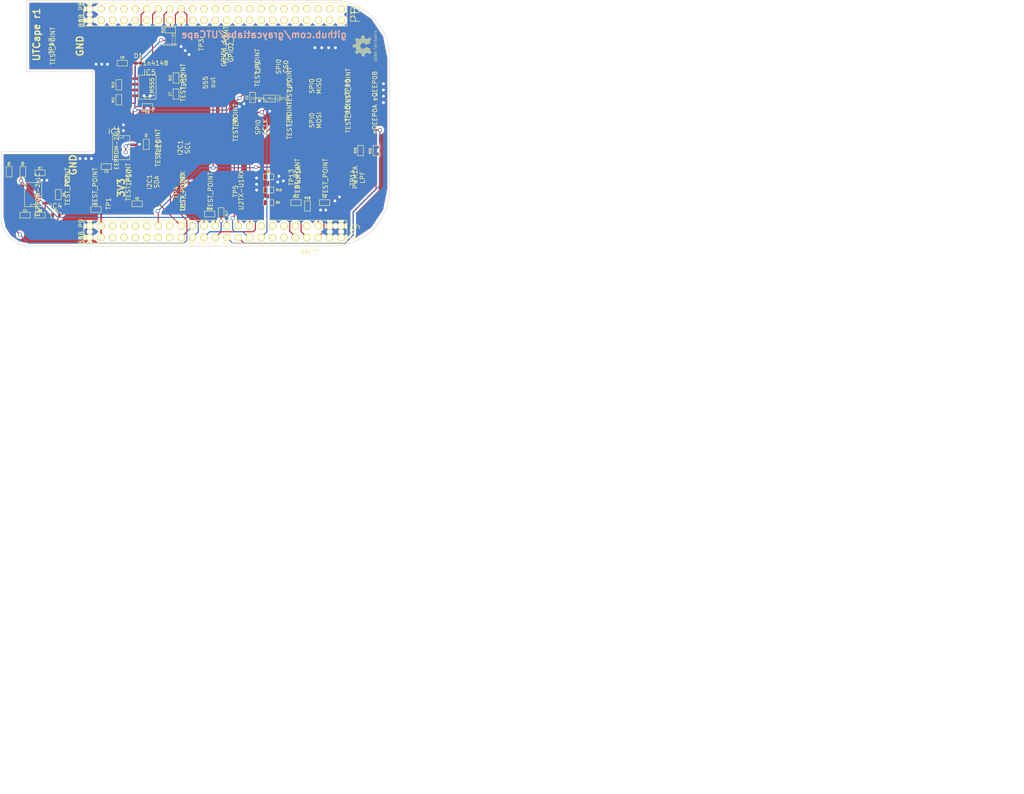
<source format=kicad_pcb>
(kicad_pcb (version 3) (host pcbnew "(2013-07-07 BZR 4022)-stable")
  (layers (15 F.Cu signal) (0 B.Cu signal) (18 B.Paste user) (19 F.Paste user) (20 B.SilkS user) (21 F.SilkS user) (22 B.Mask user) (23 F.Mask user) (28 Edge.Cuts user))
  (net 0 "")
  (net 1 "/ADC Wiring/AIN2")
  (net 2 "/ADC Wiring/GPIO1_17")
  (net 3 "/BeagleBone Headers/AIN0")
  (net 4 "/BeagleBone Headers/GPIO0_20")
  (net 5 "/BeagleBone Headers/GPIO0_26")
  (net 6 "/BeagleBone Headers/GPIO0_27")
  (net 7 "/BeagleBone Headers/GPIO1_12")
  (net 8 "/BeagleBone Headers/GPIO1_14")
  (net 9 "/BeagleBone Headers/GPIO2_1")
  (net 10 "/BeagleBone Headers/GPIO3_17")
  (net 11 "/BeagleBone Headers/I2C1_SCL")
  (net 12 "/BeagleBone Headers/I2C1_SDA")
  (net 13 "/BeagleBone Headers/I2C2_SCL")
  (net 14 "/BeagleBone Headers/PWM1A")
  (net 15 "/BeagleBone Headers/UART1_RX")
  (net 16 "/BeagleBone Headers/UART1_TX")
  (net 17 "/BeagleBone Headers/UART2_RX")
  (net 18 "/BeagleBone Headers/UART2_TX")
  (net 19 "/BeagleBone Headers/eCAP0_IN")
  (net 20 "/BeagleBone Headers/eQEP0_A")
  (net 21 "/BeagleBone Headers/eQEP0_B")
  (net 22 "/I2C Wiring/I2C2_SCL")
  (net 23 "/SPI Wiring/SPI0_CS0")
  (net 24 "/SPI Wiring/SPI0_MISO")
  (net 25 "/SPI Wiring/SPI0_MOSI")
  (net 26 "/SPI Wiring/SPI0_SCLK")
  (net 27 "/eCAP Wiring/eCAP0")
  (net 28 3V3)
  (net 29 GND)
  (net 30 N-0000086)
  (net 31 N-0000087)
  (net 32 N-0000088)
  (net 33 N-0000089)
  (net 34 N-0000090)
  (net 35 N-0000091)
  (module H2.54-2X23 (layer F.Cu) (at 215.011 108.839)
    (fp_text reference J1 (at 30.48 0 90) (layer F.SilkS))
    (fp_text value BBB_P8 (at -29.845 0 90) (layer F.SilkS))
    (pad 1 thru_hole circle (at -27.94 1.27) (size 1.651 1.651) (drill 1.016) (layers *.Cu *.Mask F.SilkS) (net 29 GND))
    (pad 2 thru_hole circle (at -27.94 -1.27) (size 1.651 1.651) (drill 1.016) (layers *.Cu *.Mask F.SilkS) (net 29 GND))
    (pad 3 thru_hole circle (at -25.4 1.27) (size 1.651 1.651) (drill 1.016) (layers *.Cu *.Mask F.SilkS))
    (pad 4 thru_hole circle (at -25.4 -1.27) (size 1.651 1.651) (drill 1.016) (layers *.Cu *.Mask F.SilkS))
    (pad 5 thru_hole circle (at -22.86 1.27) (size 1.651 1.651) (drill 1.016) (layers *.Cu *.Mask F.SilkS))
    (pad 6 thru_hole circle (at -22.86 -1.27) (size 1.651 1.651) (drill 1.016) (layers *.Cu *.Mask F.SilkS))
    (pad 7 thru_hole circle (at -20.32 1.27) (size 1.651 1.651) (drill 1.016) (layers *.Cu *.Mask F.SilkS))
    (pad 8 thru_hole circle (at -20.32 -1.27) (size 1.651 1.651) (drill 1.016) (layers *.Cu *.Mask F.SilkS))
    (pad 9 thru_hole circle (at -17.78 1.27) (size 1.651 1.651) (drill 1.016) (layers *.Cu *.Mask F.SilkS))
    (pad 10 thru_hole circle (at -17.78 -1.27) (size 1.651 1.651) (drill 1.016) (layers *.Cu *.Mask F.SilkS))
    (pad 11 thru_hole circle (at -15.24 1.27) (size 1.651 1.651) (drill 1.016) (layers *.Cu *.Mask F.SilkS))
    (pad 12 thru_hole circle (at -15.24 -1.27) (size 1.651 1.651) (drill 1.016) (layers *.Cu *.Mask F.SilkS) (net 7 "/BeagleBone Headers/GPIO1_12"))
    (pad 13 thru_hole circle (at -12.7 1.27) (size 1.651 1.651) (drill 1.016) (layers *.Cu *.Mask F.SilkS))
    (pad 14 thru_hole circle (at -12.7 -1.27) (size 1.651 1.651) (drill 1.016) (layers *.Cu *.Mask F.SilkS) (net 5 "/BeagleBone Headers/GPIO0_26"))
    (pad 15 thru_hole circle (at -10.16 1.27) (size 1.651 1.651) (drill 1.016) (layers *.Cu *.Mask F.SilkS) (net 19 "/BeagleBone Headers/eCAP0_IN"))
    (pad 16 thru_hole circle (at -10.16 -1.27) (size 1.651 1.651) (drill 1.016) (layers *.Cu *.Mask F.SilkS) (net 8 "/BeagleBone Headers/GPIO1_14"))
    (pad 17 thru_hole circle (at -7.62 1.27) (size 1.651 1.651) (drill 1.016) (layers *.Cu *.Mask F.SilkS) (net 6 "/BeagleBone Headers/GPIO0_27"))
    (pad 18 thru_hole circle (at -7.62 -1.27) (size 1.651 1.651) (drill 1.016) (layers *.Cu *.Mask F.SilkS) (net 9 "/BeagleBone Headers/GPIO2_1"))
    (pad 19 thru_hole circle (at -5.08 1.27) (size 1.651 1.651) (drill 1.016) (layers *.Cu *.Mask F.SilkS))
    (pad 20 thru_hole circle (at -5.08 -1.27) (size 1.651 1.651) (drill 1.016) (layers *.Cu *.Mask F.SilkS))
    (pad 21 thru_hole circle (at -2.54 1.27) (size 1.651 1.651) (drill 1.016) (layers *.Cu *.Mask F.SilkS))
    (pad 22 thru_hole circle (at -2.54 -1.27) (size 1.651 1.651) (drill 1.016) (layers *.Cu *.Mask F.SilkS))
    (pad 23 thru_hole circle (at 0 1.27) (size 1.651 1.651) (drill 1.016) (layers *.Cu *.Mask F.SilkS))
    (pad 24 thru_hole circle (at 0 -1.27) (size 1.651 1.651) (drill 1.016) (layers *.Cu *.Mask F.SilkS))
    (pad 25 thru_hole circle (at 2.54 1.27) (size 1.651 1.651) (drill 1.016) (layers *.Cu *.Mask F.SilkS))
    (pad 26 thru_hole circle (at 2.54 -1.27) (size 1.651 1.651) (drill 1.016) (layers *.Cu *.Mask F.SilkS))
    (pad 27 thru_hole circle (at 5.08 1.27) (size 1.651 1.651) (drill 1.016) (layers *.Cu *.Mask F.SilkS))
    (pad 28 thru_hole circle (at 5.08 -1.27) (size 1.651 1.651) (drill 1.016) (layers *.Cu *.Mask F.SilkS))
    (pad 29 thru_hole circle (at 7.62 1.27) (size 1.651 1.651) (drill 1.016) (layers *.Cu *.Mask F.SilkS))
    (pad 30 thru_hole circle (at 7.62 -1.27) (size 1.651 1.651) (drill 1.016) (layers *.Cu *.Mask F.SilkS))
    (pad 31 thru_hole circle (at 10.16 1.27) (size 1.651 1.651) (drill 1.016) (layers *.Cu *.Mask F.SilkS))
    (pad 32 thru_hole circle (at 10.16 -1.27) (size 1.651 1.651) (drill 1.016) (layers *.Cu *.Mask F.SilkS))
    (pad 33 thru_hole circle (at 12.7 1.27) (size 1.651 1.651) (drill 1.016) (layers *.Cu *.Mask F.SilkS))
    (pad 34 thru_hole circle (at 12.7 -1.27) (size 1.651 1.651) (drill 1.016) (layers *.Cu *.Mask F.SilkS))
    (pad 35 thru_hole circle (at 15.24 1.27) (size 1.651 1.651) (drill 1.016) (layers *.Cu *.Mask F.SilkS))
    (pad 36 thru_hole circle (at 15.24 -1.27) (size 1.651 1.651) (drill 1.016) (layers *.Cu *.Mask F.SilkS))
    (pad 37 thru_hole circle (at 17.78 1.27) (size 1.651 1.651) (drill 1.016) (layers *.Cu *.Mask F.SilkS))
    (pad 38 thru_hole circle (at 17.78 -1.27) (size 1.651 1.651) (drill 1.016) (layers *.Cu *.Mask F.SilkS))
    (pad 39 thru_hole circle (at 20.32 1.27) (size 1.651 1.651) (drill 1.016) (layers *.Cu *.Mask F.SilkS))
    (pad 40 thru_hole circle (at 20.32 -1.27) (size 1.651 1.651) (drill 1.016) (layers *.Cu *.Mask F.SilkS))
    (pad 41 thru_hole circle (at 22.86 1.27) (size 1.651 1.651) (drill 1.016) (layers *.Cu *.Mask F.SilkS))
    (pad 42 thru_hole circle (at 22.86 -1.27) (size 1.651 1.651) (drill 1.016) (layers *.Cu *.Mask F.SilkS))
    (pad 43 thru_hole circle (at 25.4 1.27) (size 1.651 1.651) (drill 1.016) (layers *.Cu *.Mask F.SilkS))
    (pad 44 thru_hole circle (at 25.4 -1.27) (size 1.651 1.651) (drill 1.016) (layers *.Cu *.Mask F.SilkS))
    (pad 45 thru_hole circle (at 27.94 1.27) (size 1.651 1.651) (drill 1.016) (layers *.Cu *.Mask F.SilkS))
    (pad 46 thru_hole circle (at 27.94 -1.27) (size 1.651 1.651) (drill 1.016) (layers *.Cu *.Mask F.SilkS))
  )
  (module BBBCapeGuide (layer F.Cu) (at 167.386 160.274)
    (fp_text reference BBBCapeGuide hide)
    (fp_text value VAL** (at 68.58 1.27) (layer F.SilkS))
    (fp_text user 1 (at 17.78 -50.165 90) (layer F.SilkS))
    (fp_text user P8 (at 78.74 -51.435 90) (layer F.SilkS) (effects (font (size 2 2))))
    (fp_text user P9 (at 78.74 -3.175 90) (layer F.SilkS) (effects (font (size 2 2))))
    (fp_text user 1 (at 17.78 -1.905 90) (layer F.SilkS))
  )
  (module TP-5016 (layer F.Cu) (at 191.008 147.066 90)
    (fp_text reference TP1 (at -3.81 0.254 90) (layer F.SilkS))
    (fp_text value TEST_POINT (at 0 -2.75 90) (layer F.SilkS))
    (pad 1 smd rect (at 0 0 90) (size 4.7 3.43) (layers F.Cu F.Paste F.Mask) (net 28 3V3))
  )
  (module TP-5016 (layer F.Cu) (at 247.269 124.968 90)
    (fp_text reference TP16 (at 0 -2.921 90) (layer F.SilkS))
    (fp_text value TEST_POINT (at 0 -2.75 90) (layer F.SilkS))
    (pad 1 smd rect (at 0 0 90) (size 4.7 3.43) (layers F.Cu F.Paste F.Mask) (net 10 "/BeagleBone Headers/GPIO3_17"))
  )
  (module TP-5016 (layer F.Cu) (at 247.269 130.937 90)
    (fp_text reference TP15 (at 0.127 -2.921 90) (layer F.SilkS))
    (fp_text value TEST_POINT (at 0 -2.75 90) (layer F.SilkS))
    (pad 1 smd rect (at 0 0 90) (size 4.7 3.43) (layers F.Cu F.Paste F.Mask) (net 4 "/BeagleBone Headers/GPIO0_20"))
  )
  (module TP-5016 (layer F.Cu) (at 242.189 145.034 90)
    (fp_text reference TP14 (at 0 3.3 90) (layer F.SilkS))
    (fp_text value TEST_POINT (at 0 -2.75 90) (layer F.SilkS))
    (pad 1 smd rect (at 0 0 90) (size 4.7 3.43) (layers F.Cu F.Paste F.Mask) (net 3 "/BeagleBone Headers/AIN0"))
  )
  (module TP-5016 (layer F.Cu) (at 235.966 145.034 90)
    (fp_text reference TP13 (at 0 -4.064 90) (layer F.SilkS))
    (fp_text value TEST_POINT (at 0 -2.75 90) (layer F.SilkS))
    (pad 1 smd rect (at 0 0 90) (size 4.7 3.43) (layers F.Cu F.Paste F.Mask) (net 14 "/BeagleBone Headers/PWM1A"))
  )
  (module TP-5016 (layer F.Cu) (at 210.566 123.952 90)
    (fp_text reference TP12 (at 0.254 -2.54 90) (layer F.SilkS))
    (fp_text value TEST_POINT (at 0 -2.75 90) (layer F.SilkS))
    (pad 1 smd rect (at 0 0 90) (size 4.7 3.43) (layers F.Cu F.Paste F.Mask) (net 33 N-0000089))
  )
  (module TP-5016 (layer F.Cu) (at 198.374 146.05 90)
    (fp_text reference TP10 (at 1.016 -2.54 90) (layer F.SilkS))
    (fp_text value TEST_POINT (at 0 -2.75 90) (layer F.SilkS))
    (pad 1 smd rect (at 0 0 90) (size 4.7 3.43) (layers F.Cu F.Paste F.Mask) (net 12 "/BeagleBone Headers/I2C1_SDA"))
  )
  (module TP-5016 (layer F.Cu) (at 204.978 138.43 90)
    (fp_text reference TP11 (at 0 -2.54 90) (layer F.SilkS))
    (fp_text value TEST_POINT (at 0 -2.75 90) (layer F.SilkS))
    (pad 1 smd rect (at 0 0 90) (size 4.7 3.43) (layers F.Cu F.Paste F.Mask) (net 11 "/BeagleBone Headers/I2C1_SCL"))
  )
  (module TP-5016 (layer F.Cu) (at 234.188 132.334 90)
    (fp_text reference TP6 (at 0 -2.794 90) (layer F.SilkS))
    (fp_text value TEST_POINT (at 0 -2.75 90) (layer F.SilkS))
    (pad 1 smd rect (at 0 0 90) (size 4.7 3.43) (layers F.Cu F.Paste F.Mask) (net 25 "/SPI Wiring/SPI0_MOSI"))
  )
  (module TP-5016 (layer F.Cu) (at 234.188 124.714 90)
    (fp_text reference TP7 (at 0 -2.54 90) (layer F.SilkS))
    (fp_text value TEST_POINT (at 0 -2.75 90) (layer F.SilkS))
    (pad 1 smd rect (at 0 0 90) (size 4.7 3.43) (layers F.Cu F.Paste F.Mask) (net 24 "/SPI Wiring/SPI0_MISO"))
  )
  (module TP-5016 (layer F.Cu) (at 222.25 132.842 90)
    (fp_text reference TP8 (at -0.254 -2.794 90) (layer F.SilkS))
    (fp_text value TEST_POINT (at 0 -2.75 90) (layer F.SilkS))
    (pad 1 smd rect (at 0 0 90) (size 4.7 3.43) (layers F.Cu F.Paste F.Mask) (net 26 "/SPI Wiring/SPI0_SCLK"))
  )
  (module TP-5016 (layer F.Cu) (at 184.912 147.066 90)
    (fp_text reference TP2 (at 1.27 -2.794 90) (layer F.SilkS))
    (fp_text value TEST_POINT (at 0 -2.75 90) (layer F.SilkS))
    (pad 1 smd rect (at 0 0 90) (size 4.7 3.43) (layers F.Cu F.Paste F.Mask) (net 29 GND))
  )
  (module TP-5016 (layer F.Cu) (at 214.63 115.57 270)
    (fp_text reference TP3 (at 0 2.794 270) (layer F.SilkS))
    (fp_text value TEST_POINT (at 0 -2.75 270) (layer F.SilkS))
    (pad 1 smd rect (at 0 0 270) (size 4.7 3.43) (layers F.Cu F.Paste F.Mask) (net 9 "/BeagleBone Headers/GPIO2_1"))
  )
  (module TP-5016 (layer F.Cu) (at 210.566 148.336 90)
    (fp_text reference TP4 (at 0 -4.318 90) (layer F.SilkS))
    (fp_text value TEST_POINT (at 0 -2.75 90) (layer F.SilkS))
    (pad 1 smd rect (at 0 0 90) (size 4.7 3.43) (layers F.Cu F.Paste F.Mask) (net 16 "/BeagleBone Headers/UART1_TX"))
  )
  (module TP-5016 (layer F.Cu) (at 216.662 148.082 90)
    (fp_text reference TP5 (at 0 2.794 90) (layer F.SilkS))
    (fp_text value TEST_POINT (at 0 -2.75 90) (layer F.SilkS))
    (pad 1 smd rect (at 0 0 90) (size 4.7 3.43) (layers F.Cu F.Paste F.Mask) (net 15 "/BeagleBone Headers/UART1_RX"))
  )
  (module TP-5016 (layer F.Cu) (at 227.076 120.65 90)
    (fp_text reference TP9 (at 0 -2.54 90) (layer F.SilkS))
    (fp_text value TEST_POINT (at 0 -2.75 90) (layer F.SilkS))
    (pad 1 smd rect (at 0 0 90) (size 4.7 3.43) (layers F.Cu F.Paste F.Mask) (net 23 "/SPI Wiring/SPI0_CS0"))
  )
  (module SOT363 (layer F.Cu) (at 205.74 114.554 90)
    (fp_text reference IC1 (at 1.30048 0 180) (layer F.SilkS) (effects (font (size 0.508 0.508) (thickness 0.0762))))
    (fp_text value 74LVC1G157 (at -1.016 -1.016 180) (layer F.SilkS) (effects (font (size 0.381 0.381) (thickness 0.0762))))
    (pad 6 smd rect (at -0.50038 -0.71882 90) (size 0.29972 0.55118) (layers F.Cu F.Paste F.Mask) (net 6 "/BeagleBone Headers/GPIO0_27"))
    (pad 5 smd rect (at 0 -0.71882 90) (size 0.29972 0.55118) (layers F.Cu F.Paste F.Mask) (net 28 3V3))
    (pad 4 smd rect (at 0.50038 -0.71882 90) (size 0.29972 0.55118) (layers F.Cu F.Paste F.Mask) (net 19 "/BeagleBone Headers/eCAP0_IN"))
    (pad 3 smd rect (at 0.50038 0.71882 90) (size 0.29972 0.55118) (layers F.Cu F.Paste F.Mask) (net 14 "/BeagleBone Headers/PWM1A"))
    (pad 2 smd rect (at 0 0.71882 90) (size 0.29972 0.55118) (layers F.Cu F.Paste F.Mask) (net 29 GND))
    (pad 1 smd rect (at -0.50038 0.71882 90) (size 0.29972 0.55118) (layers F.Cu F.Paste F.Mask) (net 27 "/eCAP Wiring/eCAP0"))
  )
  (module SOT23_6 (layer F.Cu) (at 227.076 127.508)
    (fp_text reference IC2 (at 2.032 0 90) (layer F.SilkS) (effects (font (size 0.762 0.762) (thickness 0.0762))))
    (fp_text value EEPROM-25LC-SOT23 (at 0.0635 0) (layer F.SilkS) (effects (font (size 0.50038 0.50038) (thickness 0.0762))))
    (pad 6 smd rect (at -0.9525 -1.27) (size 0.70104 1.00076) (layers F.Cu F.Paste F.Mask) (net 28 3V3))
    (pad 5 smd rect (at 0 -1.27) (size 0.70104 1.00076) (layers F.Cu F.Paste F.Mask) (net 23 "/SPI Wiring/SPI0_CS0"))
    (pad 4 smd rect (at 0.9525 -1.27) (size 0.70104 1.00076) (layers F.Cu F.Paste F.Mask) (net 24 "/SPI Wiring/SPI0_MISO"))
    (pad 3 smd rect (at 0.9525 1.27) (size 0.70104 1.00076) (layers F.Cu F.Paste F.Mask) (net 25 "/SPI Wiring/SPI0_MOSI"))
    (pad 2 smd rect (at 0 1.27) (size 0.70104 1.00076) (layers F.Cu F.Paste F.Mask) (net 29 GND))
    (pad 1 smd rect (at -0.9525 1.27) (size 0.70104 1.00076) (layers F.Cu F.Paste F.Mask) (net 26 "/SPI Wiring/SPI0_SCLK"))
  )
  (module SOD-523 (layer F.Cu) (at 197.866 119.634 180)
    (fp_text reference D1 (at 0 1.65 180) (layer F.SilkS))
    (fp_text value 1n4148 (at -3.81 0 180) (layer F.SilkS))
    (pad 1 smd rect (at -0.55 0 180) (size 0.8 0.6) (layers F.Cu F.Paste F.Mask) (net 7 "/BeagleBone Headers/GPIO1_12"))
    (pad 2 smd rect (at 0.55 0 180) (size 0.8 0.6) (layers F.Cu F.Paste F.Mask) (net 34 N-0000090))
  )
  (module SO8E (layer F.Cu) (at 194.056 138.43 270)
    (fp_text reference IC3 (at -3.556 1.524 360) (layer F.SilkS) (effects (font (size 1.143 1.143) (thickness 0.1524))))
    (fp_text value EEPROM-24LC (at 0 1.016 270) (layer F.SilkS) (effects (font (size 0.889 0.889) (thickness 0.1524))))
    (pad 8 smd rect (at -1.905 -2.667 270) (size 0.59944 1.39954) (layers F.Cu F.Paste F.Mask) (net 28 3V3))
    (pad 1 smd rect (at -1.905 2.667 270) (size 0.59944 1.39954) (layers F.Cu F.Paste F.Mask) (net 29 GND))
    (pad 7 smd rect (at -0.635 -2.667 270) (size 0.59944 1.39954) (layers F.Cu F.Paste F.Mask) (net 29 GND))
    (pad 6 smd rect (at 0.635 -2.667 270) (size 0.59944 1.39954) (layers F.Cu F.Paste F.Mask) (net 11 "/BeagleBone Headers/I2C1_SCL"))
    (pad 5 smd rect (at 1.905 -2.667 270) (size 0.59944 1.39954) (layers F.Cu F.Paste F.Mask) (net 12 "/BeagleBone Headers/I2C1_SDA"))
    (pad 2 smd rect (at -0.635 2.667 270) (size 0.59944 1.39954) (layers F.Cu F.Paste F.Mask) (net 29 GND))
    (pad 3 smd rect (at 0.635 2.667 270) (size 0.59944 1.39954) (layers F.Cu F.Paste F.Mask) (net 29 GND))
    (pad 4 smd rect (at 1.905 2.667 270) (size 0.59944 1.39954) (layers F.Cu F.Paste F.Mask) (net 29 GND))
  )
  (module SO8E (layer F.Cu) (at 199.898 124.968 90)
    (fp_text reference IC5 (at 3.302 0.508 180) (layer F.SilkS) (effects (font (size 1.143 1.143) (thickness 0.1524))))
    (fp_text value LM555 (at 0 1.016 90) (layer F.SilkS) (effects (font (size 0.889 0.889) (thickness 0.1524))))
    (pad 8 smd rect (at -1.905 -2.667 90) (size 0.59944 1.39954) (layers F.Cu F.Paste F.Mask) (net 28 3V3))
    (pad 1 smd rect (at -1.905 2.667 90) (size 0.59944 1.39954) (layers F.Cu F.Paste F.Mask) (net 29 GND))
    (pad 7 smd rect (at -0.635 -2.667 90) (size 0.59944 1.39954) (layers F.Cu F.Paste F.Mask) (net 32 N-0000088))
    (pad 6 smd rect (at 0.635 -2.667 90) (size 0.59944 1.39954) (layers F.Cu F.Paste F.Mask) (net 35 N-0000091))
    (pad 5 smd rect (at 1.905 -2.667 90) (size 0.59944 1.39954) (layers F.Cu F.Paste F.Mask) (net 34 N-0000090))
    (pad 2 smd rect (at -0.635 2.667 90) (size 0.59944 1.39954) (layers F.Cu F.Paste F.Mask) (net 35 N-0000091))
    (pad 3 smd rect (at 0.635 2.667 90) (size 0.59944 1.39954) (layers F.Cu F.Paste F.Mask) (net 33 N-0000089))
    (pad 4 smd rect (at 1.905 2.667 90) (size 0.59944 1.39954) (layers F.Cu F.Paste F.Mask) (net 5 "/BeagleBone Headers/GPIO0_26"))
  )
  (module SO8E (layer F.Cu) (at 174.498 148.844 90)
    (fp_text reference IC4 (at -2.54 5.08 180) (layer F.SilkS) (effects (font (size 1.143 1.143) (thickness 0.1524))))
    (fp_text value EEPROM-24LC (at 0 1.016 90) (layer F.SilkS) (effects (font (size 0.889 0.889) (thickness 0.1524))))
    (pad 8 smd rect (at -1.905 -2.667 90) (size 0.59944 1.39954) (layers F.Cu F.Paste F.Mask) (net 28 3V3))
    (pad 1 smd rect (at -1.905 2.667 90) (size 0.59944 1.39954) (layers F.Cu F.Paste F.Mask) (net 30 N-0000086))
    (pad 7 smd rect (at -0.635 -2.667 90) (size 0.59944 1.39954) (layers F.Cu F.Paste F.Mask) (net 29 GND))
    (pad 6 smd rect (at 0.635 -2.667 90) (size 0.59944 1.39954) (layers F.Cu F.Paste F.Mask) (net 22 "/I2C Wiring/I2C2_SCL"))
    (pad 5 smd rect (at 1.905 -2.667 90) (size 0.59944 1.39954) (layers F.Cu F.Paste F.Mask) (net 13 "/BeagleBone Headers/I2C2_SCL"))
    (pad 2 smd rect (at -0.635 2.667 90) (size 0.59944 1.39954) (layers F.Cu F.Paste F.Mask) (net 31 N-0000087))
    (pad 3 smd rect (at 0.635 2.667 90) (size 0.59944 1.39954) (layers F.Cu F.Paste F.Mask) (net 28 3V3))
    (pad 4 smd rect (at 1.905 2.667 90) (size 0.59944 1.39954) (layers F.Cu F.Paste F.Mask) (net 29 GND))
  )
  (module SM0603 (layer F.Cu) (at 194.31 119.634 180)
    (fp_text reference C8 (at 0 1.27 180) (layer F.SilkS) (effects (font (size 0.508 0.4572) (thickness 0.1143))))
    (fp_text value 100nF hide)
    (pad 1 smd rect (at -0.762 0 180) (size 0.635 1.143) (layers F.Cu F.Paste F.Mask) (net 34 N-0000090))
    (pad 2 smd rect (at 0.762 0 180) (size 0.635 1.143) (layers F.Cu F.Paste F.Mask) (net 29 GND))
  )
  (module SM0603 (layer F.Cu) (at 172.72 153.416)
    (fp_text reference C4 (at 0 -1.016) (layer F.SilkS) (effects (font (size 0.508 0.4572) (thickness 0.1143))))
    (fp_text value 100nF hide)
    (pad 1 smd rect (at -0.762 0) (size 0.635 1.143) (layers F.Cu F.Paste F.Mask) (net 28 3V3))
    (pad 2 smd rect (at 0.762 0) (size 0.635 1.143) (layers F.Cu F.Paste F.Mask) (net 29 GND))
  )
  (module SM0603 (layer F.Cu) (at 188.468 152.146 180)
    (fp_text reference C1 (at 0 1.143 180) (layer F.SilkS) (effects (font (size 0.508 0.4572) (thickness 0.1143))))
    (fp_text value 1uF hide)
    (pad 1 smd rect (at -0.762 0 180) (size 0.635 1.143) (layers F.Cu F.Paste F.Mask) (net 28 3V3))
    (pad 2 smd rect (at 0.762 0 180) (size 0.635 1.143) (layers F.Cu F.Paste F.Mask) (net 29 GND))
  )
  (module SM0603 (layer F.Cu) (at 180.086 148.844 270)
    (fp_text reference R3 (at 0 -1.27 270) (layer F.SilkS) (effects (font (size 0.508 0.4572) (thickness 0.1143))))
    (fp_text value 5.6k hide)
    (pad 1 smd rect (at -0.762 0 270) (size 0.635 1.143) (layers F.Cu F.Paste F.Mask) (net 28 3V3))
    (pad 2 smd rect (at 0.762 0 270) (size 0.635 1.143) (layers F.Cu F.Paste F.Mask) (net 31 N-0000087))
  )
  (module SM0603 (layer F.Cu) (at 239.268 150.622)
    (fp_text reference C9 (at 0 -1.27) (layer F.SilkS) (effects (font (size 0.508 0.4572) (thickness 0.1143))))
    (fp_text value 100nF hide)
    (pad 1 smd rect (at -0.762 0) (size 0.635 1.143) (layers F.Cu F.Paste F.Mask) (net 3 "/BeagleBone Headers/AIN0"))
    (pad 2 smd rect (at 0.762 0) (size 0.635 1.143) (layers F.Cu F.Paste F.Mask) (net 29 GND))
  )
  (module SM0603 (layer F.Cu) (at 232.918 150.622)
    (fp_text reference R14 (at 0 -1.27) (layer F.SilkS) (effects (font (size 0.508 0.4572) (thickness 0.1143))))
    (fp_text value 10k hide)
    (pad 1 smd rect (at -0.762 0) (size 0.635 1.143) (layers F.Cu F.Paste F.Mask) (net 14 "/BeagleBone Headers/PWM1A"))
    (pad 2 smd rect (at 0.762 0) (size 0.635 1.143) (layers F.Cu F.Paste F.Mask) (net 3 "/BeagleBone Headers/AIN0"))
  )
  (module SM0603 (layer F.Cu) (at 199.644 137.668 270)
    (fp_text reference R1 (at -2.032 0 270) (layer F.SilkS) (effects (font (size 0.508 0.4572) (thickness 0.1143))))
    (fp_text value 5.6k hide)
    (pad 1 smd rect (at -0.762 0 270) (size 0.635 1.143) (layers F.Cu F.Paste F.Mask) (net 28 3V3))
    (pad 2 smd rect (at 0.762 0 270) (size 0.635 1.143) (layers F.Cu F.Paste F.Mask) (net 11 "/BeagleBone Headers/I2C1_SCL"))
  )
  (module SM0603 (layer F.Cu) (at 190.754 142.621 180)
    (fp_text reference C3 (at 0 -1.143 180) (layer F.SilkS) (effects (font (size 0.508 0.4572) (thickness 0.1143))))
    (fp_text value 100nF hide)
    (pad 1 smd rect (at -0.762 0 180) (size 0.635 1.143) (layers F.Cu F.Paste F.Mask) (net 28 3V3))
    (pad 2 smd rect (at 0.762 0 180) (size 0.635 1.143) (layers F.Cu F.Paste F.Mask) (net 29 GND))
  )
  (module SM0603 (layer F.Cu) (at 199.898 129.286)
    (fp_text reference C6 (at 0 1.27) (layer F.SilkS) (effects (font (size 0.508 0.4572) (thickness 0.1143))))
    (fp_text value 100nF hide)
    (pad 1 smd rect (at -0.762 0) (size 0.635 1.143) (layers F.Cu F.Paste F.Mask) (net 28 3V3))
    (pad 2 smd rect (at 0.762 0) (size 0.635 1.143) (layers F.Cu F.Paste F.Mask) (net 29 GND))
  )
  (module SM0603 (layer F.Cu) (at 206.248 122.936 90)
    (fp_text reference R12 (at 0 -1.27 90) (layer F.SilkS) (effects (font (size 0.508 0.4572) (thickness 0.1143))))
    (fp_text value 100 hide)
    (pad 1 smd rect (at -0.762 0 90) (size 0.635 1.143) (layers F.Cu F.Paste F.Mask) (net 33 N-0000089))
    (pad 2 smd rect (at 0.762 0 90) (size 0.635 1.143) (layers F.Cu F.Paste F.Mask) (net 27 "/eCAP Wiring/eCAP0"))
  )
  (module SM0603 (layer F.Cu) (at 169.164 143.764 270)
    (fp_text reference R5 (at -1.778 0 270) (layer F.SilkS) (effects (font (size 0.508 0.4572) (thickness 0.1143))))
    (fp_text value 5.6k hide)
    (pad 1 smd rect (at -0.762 0 270) (size 0.635 1.143) (layers F.Cu F.Paste F.Mask) (net 28 3V3))
    (pad 2 smd rect (at 0.762 0 270) (size 0.635 1.143) (layers F.Cu F.Paste F.Mask) (net 22 "/I2C Wiring/I2C2_SCL"))
  )
  (module SM0603 (layer F.Cu) (at 193.548 127.762 90)
    (fp_text reference R11 (at 0 -1.27 90) (layer F.SilkS) (effects (font (size 0.508 0.4572) (thickness 0.1143))))
    (fp_text value 10k hide)
    (pad 1 smd rect (at -0.762 0 90) (size 0.635 1.143) (layers F.Cu F.Paste F.Mask) (net 28 3V3))
    (pad 2 smd rect (at 0.762 0 90) (size 0.635 1.143) (layers F.Cu F.Paste F.Mask) (net 32 N-0000088))
  )
  (module SM0603 (layer F.Cu) (at 197.612 150.876)
    (fp_text reference R2 (at 0 -1.143) (layer F.SilkS) (effects (font (size 0.508 0.4572) (thickness 0.1143))))
    (fp_text value 5.6k hide)
    (pad 1 smd rect (at -0.762 0) (size 0.635 1.143) (layers F.Cu F.Paste F.Mask) (net 28 3V3))
    (pad 2 smd rect (at 0.762 0) (size 0.635 1.143) (layers F.Cu F.Paste F.Mask) (net 12 "/BeagleBone Headers/I2C1_SDA"))
  )
  (module SM0603 (layer F.Cu) (at 193.548 124.46 90)
    (fp_text reference R13 (at 0 -1.27 90) (layer F.SilkS) (effects (font (size 0.508 0.4572) (thickness 0.1143))))
    (fp_text value 10k hide)
    (pad 1 smd rect (at -0.762 0 90) (size 0.635 1.143) (layers F.Cu F.Paste F.Mask) (net 32 N-0000088))
    (pad 2 smd rect (at 0.762 0 90) (size 0.635 1.143) (layers F.Cu F.Paste F.Mask) (net 35 N-0000091))
  )
  (module SM0603 (layer F.Cu) (at 206.248 126.492 270)
    (fp_text reference C7 (at 0 1.27 270) (layer F.SilkS) (effects (font (size 0.508 0.4572) (thickness 0.1143))))
    (fp_text value 1nF hide)
    (pad 1 smd rect (at -0.762 0 270) (size 0.635 1.143) (layers F.Cu F.Paste F.Mask) (net 35 N-0000091))
    (pad 2 smd rect (at 0.762 0 270) (size 0.635 1.143) (layers F.Cu F.Paste F.Mask) (net 29 GND))
  )
  (module SM0603 (layer F.Cu) (at 226.822 144.907 180)
    (fp_text reference C5 (at 0 1.143 180) (layer F.SilkS) (effects (font (size 0.508 0.4572) (thickness 0.1143))))
    (fp_text value 100nF hide)
    (pad 1 smd rect (at -0.762 0 180) (size 0.635 1.143) (layers F.Cu F.Paste F.Mask) (net 1 "/ADC Wiring/AIN2"))
    (pad 2 smd rect (at 0.762 0 180) (size 0.635 1.143) (layers F.Cu F.Paste F.Mask) (net 29 GND))
  )
  (module SM0603 (layer F.Cu) (at 226.822 147.828 180)
    (fp_text reference R10 (at -2.286 0 180) (layer F.SilkS) (effects (font (size 0.508 0.4572) (thickness 0.1143))))
    (fp_text value 5.6k hide)
    (pad 1 smd rect (at -0.762 0 180) (size 0.635 1.143) (layers F.Cu F.Paste F.Mask) (net 1 "/ADC Wiring/AIN2"))
    (pad 2 smd rect (at 0.762 0 180) (size 0.635 1.143) (layers F.Cu F.Paste F.Mask) (net 29 GND))
  )
  (module SM0603 (layer F.Cu) (at 226.822 150.622 180)
    (fp_text reference R9 (at -2.032 0 180) (layer F.SilkS) (effects (font (size 0.508 0.4572) (thickness 0.1143))))
    (fp_text value 10k hide)
    (pad 1 smd rect (at -0.762 0 180) (size 0.635 1.143) (layers F.Cu F.Paste F.Mask) (net 1 "/ADC Wiring/AIN2"))
    (pad 2 smd rect (at 0.762 0 180) (size 0.635 1.143) (layers F.Cu F.Paste F.Mask) (net 2 "/ADC Wiring/GPIO1_17"))
  )
  (module SM0603 (layer F.Cu) (at 179.578 153.416 180)
    (fp_text reference R4 (at 0 1.016 180) (layer F.SilkS) (effects (font (size 0.508 0.4572) (thickness 0.1143))))
    (fp_text value 5.6k hide)
    (pad 1 smd rect (at -0.762 0 180) (size 0.635 1.143) (layers F.Cu F.Paste F.Mask) (net 28 3V3))
    (pad 2 smd rect (at 0.762 0 180) (size 0.635 1.143) (layers F.Cu F.Paste F.Mask) (net 30 N-0000086))
  )
  (module SM0603 (layer F.Cu) (at 223.266 127.254 270)
    (fp_text reference C2 (at 0 1.27 270) (layer F.SilkS) (effects (font (size 0.508 0.4572) (thickness 0.1143))))
    (fp_text value 100nF hide)
    (pad 1 smd rect (at -0.762 0 270) (size 0.635 1.143) (layers F.Cu F.Paste F.Mask) (net 28 3V3))
    (pad 2 smd rect (at 0.762 0 270) (size 0.635 1.143) (layers F.Cu F.Paste F.Mask) (net 29 GND))
  )
  (module SM0603 (layer F.Cu) (at 176.022 153.416 180)
    (fp_text reference R8 (at 0 1.016 180) (layer F.SilkS) (effects (font (size 0.508 0.4572) (thickness 0.1143))))
    (fp_text value 5.6k hide)
    (pad 1 smd rect (at -0.762 0 180) (size 0.635 1.143) (layers F.Cu F.Paste F.Mask) (net 30 N-0000086))
    (pad 2 smd rect (at 0.762 0 180) (size 0.635 1.143) (layers F.Cu F.Paste F.Mask) (net 29 GND))
  )
  (module SM0603 (layer F.Cu) (at 176.022 144.018)
    (fp_text reference R7 (at 0 -1.016) (layer F.SilkS) (effects (font (size 0.508 0.4572) (thickness 0.1143))))
    (fp_text value 5.6k hide)
    (pad 1 smd rect (at -0.762 0) (size 0.635 1.143) (layers F.Cu F.Paste F.Mask) (net 31 N-0000087))
    (pad 2 smd rect (at 0.762 0) (size 0.635 1.143) (layers F.Cu F.Paste F.Mask) (net 29 GND))
  )
  (module SM0603 (layer F.Cu) (at 172.212 143.764 270)
    (fp_text reference R6 (at -1.778 0 270) (layer F.SilkS) (effects (font (size 0.508 0.4572) (thickness 0.1143))))
    (fp_text value 5.6k hide)
    (pad 1 smd rect (at -0.762 0 270) (size 0.635 1.143) (layers F.Cu F.Paste F.Mask) (net 28 3V3))
    (pad 2 smd rect (at 0.762 0 270) (size 0.635 1.143) (layers F.Cu F.Paste F.Mask) (net 13 "/BeagleBone Headers/I2C2_SCL"))
  )
  (module H2.54-2X23 (layer F.Cu) (at 215.011 157.099)
    (fp_text reference J2 (at 30.48 0 90) (layer F.SilkS))
    (fp_text value BBB_P9 (at -29.845 0 90) (layer F.SilkS))
    (pad 1 thru_hole circle (at -27.94 1.27) (size 1.651 1.651) (drill 1.016) (layers *.Cu *.Mask F.SilkS) (net 29 GND))
    (pad 2 thru_hole circle (at -27.94 -1.27) (size 1.651 1.651) (drill 1.016) (layers *.Cu *.Mask F.SilkS) (net 29 GND))
    (pad 3 thru_hole circle (at -25.4 1.27) (size 1.651 1.651) (drill 1.016) (layers *.Cu *.Mask F.SilkS) (net 28 3V3))
    (pad 4 thru_hole circle (at -25.4 -1.27) (size 1.651 1.651) (drill 1.016) (layers *.Cu *.Mask F.SilkS) (net 28 3V3))
    (pad 5 thru_hole circle (at -22.86 1.27) (size 1.651 1.651) (drill 1.016) (layers *.Cu *.Mask F.SilkS))
    (pad 6 thru_hole circle (at -22.86 -1.27) (size 1.651 1.651) (drill 1.016) (layers *.Cu *.Mask F.SilkS))
    (pad 7 thru_hole circle (at -20.32 1.27) (size 1.651 1.651) (drill 1.016) (layers *.Cu *.Mask F.SilkS))
    (pad 8 thru_hole circle (at -20.32 -1.27) (size 1.651 1.651) (drill 1.016) (layers *.Cu *.Mask F.SilkS))
    (pad 9 thru_hole circle (at -17.78 1.27) (size 1.651 1.651) (drill 1.016) (layers *.Cu *.Mask F.SilkS))
    (pad 10 thru_hole circle (at -17.78 -1.27) (size 1.651 1.651) (drill 1.016) (layers *.Cu *.Mask F.SilkS))
    (pad 11 thru_hole circle (at -15.24 1.27) (size 1.651 1.651) (drill 1.016) (layers *.Cu *.Mask F.SilkS))
    (pad 12 thru_hole circle (at -15.24 -1.27) (size 1.651 1.651) (drill 1.016) (layers *.Cu *.Mask F.SilkS))
    (pad 13 thru_hole circle (at -12.7 1.27) (size 1.651 1.651) (drill 1.016) (layers *.Cu *.Mask F.SilkS))
    (pad 14 thru_hole circle (at -12.7 -1.27) (size 1.651 1.651) (drill 1.016) (layers *.Cu *.Mask F.SilkS) (net 14 "/BeagleBone Headers/PWM1A"))
    (pad 15 thru_hole circle (at -10.16 1.27) (size 1.651 1.651) (drill 1.016) (layers *.Cu *.Mask F.SilkS))
    (pad 16 thru_hole circle (at -10.16 -1.27) (size 1.651 1.651) (drill 1.016) (layers *.Cu *.Mask F.SilkS))
    (pad 17 thru_hole circle (at -7.62 1.27) (size 1.651 1.651) (drill 1.016) (layers *.Cu *.Mask F.SilkS) (net 11 "/BeagleBone Headers/I2C1_SCL"))
    (pad 18 thru_hole circle (at -7.62 -1.27) (size 1.651 1.651) (drill 1.016) (layers *.Cu *.Mask F.SilkS) (net 12 "/BeagleBone Headers/I2C1_SDA"))
    (pad 19 thru_hole circle (at -5.08 1.27) (size 1.651 1.651) (drill 1.016) (layers *.Cu *.Mask F.SilkS) (net 13 "/BeagleBone Headers/I2C2_SCL"))
    (pad 20 thru_hole circle (at -5.08 -1.27) (size 1.651 1.651) (drill 1.016) (layers *.Cu *.Mask F.SilkS) (net 22 "/I2C Wiring/I2C2_SCL"))
    (pad 21 thru_hole circle (at -2.54 1.27) (size 1.651 1.651) (drill 1.016) (layers *.Cu *.Mask F.SilkS) (net 18 "/BeagleBone Headers/UART2_TX"))
    (pad 22 thru_hole circle (at -2.54 -1.27) (size 1.651 1.651) (drill 1.016) (layers *.Cu *.Mask F.SilkS) (net 17 "/BeagleBone Headers/UART2_RX"))
    (pad 23 thru_hole circle (at 0 1.27) (size 1.651 1.651) (drill 1.016) (layers *.Cu *.Mask F.SilkS) (net 2 "/ADC Wiring/GPIO1_17"))
    (pad 24 thru_hole circle (at 0 -1.27) (size 1.651 1.651) (drill 1.016) (layers *.Cu *.Mask F.SilkS) (net 16 "/BeagleBone Headers/UART1_TX"))
    (pad 25 thru_hole circle (at 2.54 1.27) (size 1.651 1.651) (drill 1.016) (layers *.Cu *.Mask F.SilkS) (net 10 "/BeagleBone Headers/GPIO3_17"))
    (pad 26 thru_hole circle (at 2.54 -1.27) (size 1.651 1.651) (drill 1.016) (layers *.Cu *.Mask F.SilkS) (net 15 "/BeagleBone Headers/UART1_RX"))
    (pad 27 thru_hole circle (at 5.08 1.27) (size 1.651 1.651) (drill 1.016) (layers *.Cu *.Mask F.SilkS) (net 21 "/BeagleBone Headers/eQEP0_B"))
    (pad 28 thru_hole circle (at 5.08 -1.27) (size 1.651 1.651) (drill 1.016) (layers *.Cu *.Mask F.SilkS) (net 23 "/SPI Wiring/SPI0_CS0"))
    (pad 29 thru_hole circle (at 7.62 1.27) (size 1.651 1.651) (drill 1.016) (layers *.Cu *.Mask F.SilkS) (net 24 "/SPI Wiring/SPI0_MISO"))
    (pad 30 thru_hole circle (at 7.62 -1.27) (size 1.651 1.651) (drill 1.016) (layers *.Cu *.Mask F.SilkS) (net 25 "/SPI Wiring/SPI0_MOSI"))
    (pad 31 thru_hole circle (at 10.16 1.27) (size 1.651 1.651) (drill 1.016) (layers *.Cu *.Mask F.SilkS) (net 26 "/SPI Wiring/SPI0_SCLK"))
    (pad 32 thru_hole circle (at 10.16 -1.27) (size 1.651 1.651) (drill 1.016) (layers *.Cu *.Mask F.SilkS))
    (pad 33 thru_hole circle (at 12.7 1.27) (size 1.651 1.651) (drill 1.016) (layers *.Cu *.Mask F.SilkS))
    (pad 34 thru_hole circle (at 12.7 -1.27) (size 1.651 1.651) (drill 1.016) (layers *.Cu *.Mask F.SilkS))
    (pad 35 thru_hole circle (at 15.24 1.27) (size 1.651 1.651) (drill 1.016) (layers *.Cu *.Mask F.SilkS))
    (pad 36 thru_hole circle (at 15.24 -1.27) (size 1.651 1.651) (drill 1.016) (layers *.Cu *.Mask F.SilkS))
    (pad 37 thru_hole circle (at 17.78 1.27) (size 1.651 1.651) (drill 1.016) (layers *.Cu *.Mask F.SilkS) (net 1 "/ADC Wiring/AIN2"))
    (pad 38 thru_hole circle (at 17.78 -1.27) (size 1.651 1.651) (drill 1.016) (layers *.Cu *.Mask F.SilkS))
    (pad 39 thru_hole circle (at 20.32 1.27) (size 1.651 1.651) (drill 1.016) (layers *.Cu *.Mask F.SilkS) (net 3 "/BeagleBone Headers/AIN0"))
    (pad 40 thru_hole circle (at 20.32 -1.27) (size 1.651 1.651) (drill 1.016) (layers *.Cu *.Mask F.SilkS))
    (pad 41 thru_hole circle (at 22.86 1.27) (size 1.651 1.651) (drill 1.016) (layers *.Cu *.Mask F.SilkS) (net 4 "/BeagleBone Headers/GPIO0_20"))
    (pad 42 thru_hole circle (at 22.86 -1.27) (size 1.651 1.651) (drill 1.016) (layers *.Cu *.Mask F.SilkS) (net 20 "/BeagleBone Headers/eQEP0_A"))
    (pad 43 thru_hole circle (at 25.4 1.27) (size 1.651 1.651) (drill 1.016) (layers *.Cu *.Mask F.SilkS) (net 29 GND))
    (pad 44 thru_hole circle (at 25.4 -1.27) (size 1.651 1.651) (drill 1.016) (layers *.Cu *.Mask F.SilkS) (net 29 GND))
    (pad 45 thru_hole circle (at 27.94 1.27) (size 1.651 1.651) (drill 1.016) (layers *.Cu *.Mask F.SilkS) (net 29 GND))
    (pad 46 thru_hole circle (at 27.94 -1.27) (size 1.651 1.651) (drill 1.016) (layers *.Cu *.Mask F.SilkS) (net 29 GND))
  )
  (module TP-5016 (layer F.Cu) (at 181.61 115.824 90)
    (fp_text reference TP17 (at 0 -3.048 90) (layer F.SilkS))
    (fp_text value TEST_POINT (at 0 -2.75 90) (layer F.SilkS))
    (pad 1 smd rect (at 0 0 90) (size 4.7 3.43) (layers F.Cu F.Paste F.Mask) (net 29 GND))
  )
  (module OSHWLOGO0.3IN (layer F.Cu) (at 244.602 119.634 90)
    (fp_text reference G*** hide)
    (fp_text value LOGO hide)
  )
  (module SM0603 (layer F.Cu) (at 204.978 112.268)
    (fp_text reference R15 (at -1.651 0 90) (layer F.SilkS) (effects (font (size 0.508 0.4572) (thickness 0.1143))))
    (fp_text value 100 hide)
    (pad 1 smd rect (at -0.762 0) (size 0.635 1.143) (layers F.Cu F.Paste F.Mask) (net 8 "/BeagleBone Headers/GPIO1_14"))
    (pad 2 smd rect (at 0.762 0) (size 0.635 1.143) (layers F.Cu F.Paste F.Mask) (net 9 "/BeagleBone Headers/GPIO2_1"))
  )
  (module SM0603 (layer F.Cu) (at 213.741 153.162 180)
    (fp_text reference R16 (at 0 1.143 180) (layer F.SilkS) (effects (font (size 0.508 0.4572) (thickness 0.1143))))
    (fp_text value 100 hide)
    (pad 1 smd rect (at -0.762 0 180) (size 0.635 1.143) (layers F.Cu F.Paste F.Mask) (net 16 "/BeagleBone Headers/UART1_TX"))
    (pad 2 smd rect (at 0.762 0 180) (size 0.635 1.143) (layers F.Cu F.Paste F.Mask) (net 17 "/BeagleBone Headers/UART2_RX"))
  )
  (module SM0603 (layer F.Cu) (at 216.281 152.908 270)
    (fp_text reference R17 (at 0.127 -1.27 270) (layer F.SilkS) (effects (font (size 0.508 0.4572) (thickness 0.1143))))
    (fp_text value 100 hide)
    (pad 1 smd rect (at -0.762 0 270) (size 0.635 1.143) (layers F.Cu F.Paste F.Mask) (net 15 "/BeagleBone Headers/UART1_RX"))
    (pad 2 smd rect (at 0.762 0 270) (size 0.635 1.143) (layers F.Cu F.Paste F.Mask) (net 18 "/BeagleBone Headers/UART2_TX"))
  )
  (module SM0603 (layer F.Cu) (at 235.458 151.384 270)
    (fp_text reference R18 (at -1.778 0 360) (layer F.SilkS) (effects (font (size 0.508 0.4572) (thickness 0.1143))))
    (fp_text value 5.6k hide)
    (pad 1 smd rect (at -0.762 0 270) (size 0.635 1.143) (layers F.Cu F.Paste F.Mask) (net 3 "/BeagleBone Headers/AIN0"))
    (pad 2 smd rect (at 0.762 0 270) (size 0.635 1.143) (layers F.Cu F.Paste F.Mask) (net 29 GND))
  )
  (module SM0603 (layer F.Cu) (at 247.269 139.065 270)
    (fp_text reference R19 (at 0 1.143 270) (layer F.SilkS) (effects (font (size 0.508 0.4572) (thickness 0.1143))))
    (fp_text value 100 hide)
    (pad 1 smd rect (at -0.762 0 270) (size 0.635 1.143) (layers F.Cu F.Paste F.Mask) (net 4 "/BeagleBone Headers/GPIO0_20"))
    (pad 2 smd rect (at 0.762 0 270) (size 0.635 1.143) (layers F.Cu F.Paste F.Mask) (net 20 "/BeagleBone Headers/eQEP0_A"))
  )
  (module SM0603 (layer F.Cu) (at 250.698 139.065 270)
    (fp_text reference R20 (at 0.127 1.27 270) (layer F.SilkS) (effects (font (size 0.508 0.4572) (thickness 0.1143))))
    (fp_text value 100 hide)
    (pad 1 smd rect (at -0.762 0 270) (size 0.635 1.143) (layers F.Cu F.Paste F.Mask) (net 10 "/BeagleBone Headers/GPIO3_17"))
    (pad 2 smd rect (at 0.762 0 270) (size 0.635 1.143) (layers F.Cu F.Paste F.Mask) (net 21 "/BeagleBone Headers/eQEP0_B"))
  )
  (gr_text "555\nout" (at 213.614 123.952 90) (layer F.SilkS) (effects (font (size 1 1))))
  (gr_text "GPIO1_14/\nGPIO2_1" (at 217.678 116.332 90) (layer F.SilkS) (effects (font (size 1 1))))
  (gr_text "SPI0\nCS0" (at 229.87 120.396 90) (layer F.SilkS) (effects (font (size 1 1))))
  (gr_text "SPI0\nSCLK" (at 225.298 133.858 90) (layer F.SilkS) (effects (font (size 1 1))))
  (gr_text "SPI0\nMOSI" (at 237.236 132.334 90) (layer F.SilkS) (effects (font (size 1 1))))
  (gr_text "SPI0\nMISO" (at 237.236 124.714 90) (layer F.SilkS) (effects (font (size 1 1))))
  (gr_text eQEEP0B (at 250.444 124.714 90) (layer F.SilkS) (effects (font (size 1 1))))
  (gr_text eQEEP0A (at 250.444 132.08 90) (layer F.SilkS) (effects (font (size 1 1))))
  (gr_text "PWM1A\nLPF" (at 246.888 145.034 90) (layer F.SilkS) (effects (font (size 1 1))))
  (gr_text PWM1A (at 233.426 145.034 90) (layer F.SilkS) (effects (font (size 1 1))))
  (gr_text U2TX-U1RX (at 220.726 147.828 90) (layer F.SilkS) (effects (font (size 1 1))))
  (gr_text U1TX-U2RX (at 207.772 148.082 90) (layer F.SilkS) (effects (font (size 1 1))))
  (gr_text "I2C1\nSCL" (at 208.026 138.43 90) (layer F.SilkS) (effects (font (size 1 1))))
  (gr_text "I2C1\nSDA" (at 201.168 146.05 90) (layer F.SilkS) (effects (font (size 1 1))))
  (gr_text 3V3 (at 194.056 147.32 90) (layer F.SilkS) (effects (font (size 1.5 1.5) (thickness 0.3))))
  (gr_text GND (at 183.388 142.24 90) (layer F.SilkS) (effects (font (size 1.5 1.5) (thickness 0.3))))
  (gr_text GND (at 184.912 115.824 90) (layer F.SilkS) (effects (font (size 1.5 1.5) (thickness 0.3))))
  (gr_text github.com/graycatlabs/UTCape (at 225.806 113.284) (layer B.SilkS) (effects (font (size 1.5 1.5) (thickness 0.3)) (justify mirror)))
  (gr_text "UTCape r1" (at 175.26 113.284 90) (layer F.SilkS) (effects (font (size 1.5 1.5) (thickness 0.3))))
  (gr_line (start 173.736 160.274) (end 241.046 160.274) (angle 90) (layer Edge.Cuts) (width 0.1))
  (gr_line (start 167.386 139.319) (end 167.386 153.924) (angle 90) (layer Edge.Cuts) (width 0.1))
  (gr_line (start 187.706 139.319) (end 167.386 139.319) (angle 90) (layer Edge.Cuts) (width 0.1))
  (gr_line (start 187.706 121.539) (end 187.706 139.319) (angle 90) (layer Edge.Cuts) (width 0.1))
  (gr_line (start 173.101 121.539) (end 187.706 121.539) (angle 90) (layer Edge.Cuts) (width 0.1))
  (gr_line (start 173.101 105.664) (end 173.101 121.539) (angle 90) (layer Edge.Cuts) (width 0.1))
  (gr_line (start 241.046 105.664) (end 173.101 105.664) (angle 90) (layer Edge.Cuts) (width 0.1))
  (gr_line (start 253.746 147.574) (end 253.746 118.364) (angle 90) (layer Edge.Cuts) (width 0.1))
  (gr_arc (start 241.046 147.574) (end 253.746 147.574) (angle 90) (layer Edge.Cuts) (width 0.1))
  (gr_arc (start 241.046 118.364) (end 241.046 105.664) (angle 90) (layer Edge.Cuts) (width 0.1))
  (gr_arc (start 173.736 153.924) (end 173.736 160.274) (angle 90) (layer Edge.Cuts) (width 0.1))
  (segment (start 196.85 137.668) (end 195.58 137.668) (width 0.254) (layer B.Cu) (net 0))
  (via (at 195.072 139.446) (size 0.889) (layers F.Cu B.Cu) (net 0))
  (segment (start 195.072 138.176) (end 195.072 139.446) (width 0.254) (layer F.Cu) (net 0))
  (via (at 195.072 138.176) (size 0.889) (layers F.Cu B.Cu) (net 0))
  (segment (start 195.58 137.668) (end 195.072 138.176) (width 0.254) (layer B.Cu) (net 0))
  (segment (start 227.584 147.828) (end 227.584 150.622) (width 0.254) (layer F.Cu) (net 1))
  (segment (start 227.584 144.907) (end 227.584 147.828) (width 0.254) (layer F.Cu) (net 1))
  (segment (start 232.791 158.369) (end 232.791 158.242) (width 0.254) (layer F.Cu) (net 1))
  (segment (start 232.791 158.242) (end 231.521 156.972) (width 0.254) (layer F.Cu) (net 1))
  (segment (start 231.521 156.972) (end 231.521 154.559) (width 0.254) (layer F.Cu) (net 1))
  (segment (start 231.521 154.559) (end 227.584 150.622) (width 0.254) (layer F.Cu) (net 1))
  (segment (start 215.011 158.369) (end 216.281 157.099) (width 0.254) (layer F.Cu) (net 2))
  (segment (start 223.901 152.781) (end 226.06 150.622) (width 0.254) (layer F.Cu) (net 2))
  (segment (start 223.901 156.591) (end 223.901 152.781) (width 0.254) (layer F.Cu) (net 2))
  (segment (start 223.393 157.099) (end 223.901 156.591) (width 0.254) (layer F.Cu) (net 2))
  (segment (start 216.281 157.099) (end 223.393 157.099) (width 0.254) (layer F.Cu) (net 2))
  (segment (start 238.506 150.622) (end 235.458 150.622) (width 0.3048) (layer F.Cu) (net 3))
  (segment (start 233.68 150.622) (end 235.458 150.622) (width 0.3048) (layer F.Cu) (net 3))
  (segment (start 242.189 145.034) (end 242.189 145.669) (width 0.254) (layer F.Cu) (net 3))
  (segment (start 238.506 149.352) (end 238.506 150.622) (width 0.254) (layer F.Cu) (net 3))
  (segment (start 242.189 145.669) (end 238.506 149.352) (width 0.254) (layer F.Cu) (net 3))
  (segment (start 235.331 158.369) (end 234.061 157.099) (width 0.254) (layer F.Cu) (net 3))
  (segment (start 234.061 157.099) (end 234.061 150.622) (width 0.254) (layer F.Cu) (net 3))
  (segment (start 234.061 150.622) (end 233.68 150.622) (width 0.254) (layer F.Cu) (net 3))
  (segment (start 247.904 138.303) (end 247.269 138.303) (width 0.254) (layer F.Cu) (net 4))
  (segment (start 237.871 158.369) (end 237.871 158.242) (width 0.254) (layer F.Cu) (net 4))
  (segment (start 237.871 158.242) (end 239.141 156.972) (width 0.254) (layer F.Cu) (net 4))
  (segment (start 239.141 156.972) (end 239.141 154.432) (width 0.254) (layer F.Cu) (net 4))
  (segment (start 239.141 154.432) (end 239.649 153.924) (width 0.254) (layer F.Cu) (net 4))
  (segment (start 239.649 153.924) (end 240.919 153.924) (width 0.254) (layer F.Cu) (net 4))
  (segment (start 240.919 153.924) (end 248.539 146.304) (width 0.254) (layer F.Cu) (net 4))
  (segment (start 248.539 146.304) (end 248.539 138.938) (width 0.254) (layer F.Cu) (net 4))
  (segment (start 248.539 138.938) (end 247.904 138.303) (width 0.254) (layer F.Cu) (net 4))
  (segment (start 247.269 130.937) (end 247.269 138.303) (width 0.254) (layer F.Cu) (net 4))
  (segment (start 202.311 107.569) (end 201.041 108.839) (width 0.254) (layer F.Cu) (net 5))
  (segment (start 201.041 121.539) (end 202.565 123.063) (width 0.254) (layer F.Cu) (net 5))
  (segment (start 201.041 108.839) (end 201.041 121.539) (width 0.254) (layer F.Cu) (net 5))
  (segment (start 207.391 110.109) (end 207.391 112.395) (width 0.254) (layer F.Cu) (net 6))
  (segment (start 205.62062 115.05438) (end 205.02118 115.05438) (width 0.254) (layer F.Cu) (net 6))
  (segment (start 205.74 114.935) (end 205.62062 115.05438) (width 0.254) (layer F.Cu) (net 6))
  (segment (start 205.74 113.665) (end 205.74 114.935) (width 0.254) (layer F.Cu) (net 6))
  (segment (start 205.994 113.411) (end 205.74 113.665) (width 0.254) (layer F.Cu) (net 6))
  (segment (start 206.375 113.411) (end 205.994 113.411) (width 0.254) (layer F.Cu) (net 6))
  (segment (start 207.391 112.395) (end 206.375 113.411) (width 0.254) (layer F.Cu) (net 6))
  (segment (start 199.771 107.569) (end 198.501 108.839) (width 0.254) (layer F.Cu) (net 7))
  (segment (start 198.501 119.549) (end 198.416 119.634) (width 0.254) (layer F.Cu) (net 7))
  (segment (start 198.501 108.839) (end 198.501 119.549) (width 0.254) (layer F.Cu) (net 7))
  (segment (start 204.851 107.569) (end 203.581 108.839) (width 0.254) (layer F.Cu) (net 8))
  (segment (start 203.581 111.633) (end 204.216 112.268) (width 0.254) (layer F.Cu) (net 8))
  (segment (start 203.581 108.839) (end 203.581 111.633) (width 0.254) (layer F.Cu) (net 8))
  (segment (start 210.566 115.57) (end 214.63 115.57) (width 0.254) (layer F.Cu) (net 9))
  (segment (start 208.661 113.665) (end 210.566 115.57) (width 0.254) (layer F.Cu) (net 9))
  (segment (start 208.661 108.839) (end 208.661 113.665) (width 0.254) (layer F.Cu) (net 9))
  (segment (start 207.391 107.569) (end 206.121 108.839) (width 0.254) (layer F.Cu) (net 9))
  (segment (start 206.121 111.887) (end 205.74 112.268) (width 0.254) (layer F.Cu) (net 9))
  (segment (start 206.121 108.839) (end 206.121 111.887) (width 0.254) (layer F.Cu) (net 9))
  (segment (start 207.391 107.569) (end 208.661 108.839) (width 0.254) (layer F.Cu) (net 9))
  (segment (start 250.698 138.303) (end 250.698 134.493) (width 0.254) (layer F.Cu) (net 10))
  (segment (start 217.551 158.369) (end 218.821 159.639) (width 0.254) (layer B.Cu) (net 10))
  (segment (start 218.821 159.639) (end 243.84 159.639) (width 0.254) (layer B.Cu) (net 10))
  (segment (start 243.84 159.639) (end 245.618 157.861) (width 0.254) (layer B.Cu) (net 10))
  (segment (start 245.618 157.861) (end 245.618 152.781) (width 0.254) (layer B.Cu) (net 10))
  (segment (start 245.618 152.781) (end 251.587 146.812) (width 0.254) (layer B.Cu) (net 10))
  (segment (start 251.587 146.812) (end 251.587 134.493) (width 0.254) (layer B.Cu) (net 10))
  (via (at 251.587 134.493) (size 0.889) (layers F.Cu B.Cu) (net 10))
  (segment (start 251.587 134.493) (end 250.698 134.493) (width 0.254) (layer F.Cu) (net 10))
  (segment (start 250.698 134.493) (end 250.825 134.493) (width 0.254) (layer F.Cu) (net 10))
  (segment (start 250.698 134.62) (end 250.698 134.493) (width 0.254) (layer F.Cu) (net 10))
  (segment (start 250.825 134.493) (end 250.698 134.62) (width 0.254) (layer F.Cu) (net 10))
  (segment (start 250.698 134.493) (end 250.698 128.397) (width 0.254) (layer F.Cu) (net 10))
  (segment (start 250.698 128.397) (end 247.269 124.968) (width 0.254) (layer F.Cu) (net 10))
  (segment (start 204.978 138.43) (end 204.978 150.876) (width 0.254) (layer F.Cu) (net 11))
  (segment (start 208.661 157.099) (end 207.391 158.369) (width 0.254) (layer F.Cu) (net 11))
  (segment (start 208.661 154.559) (end 208.661 157.099) (width 0.254) (layer F.Cu) (net 11))
  (segment (start 204.978 150.876) (end 208.661 154.559) (width 0.254) (layer F.Cu) (net 11))
  (segment (start 199.644 138.43) (end 204.978 138.43) (width 0.254) (layer F.Cu) (net 11))
  (segment (start 196.723 139.065) (end 199.009 139.065) (width 0.254) (layer F.Cu) (net 11))
  (segment (start 199.009 139.065) (end 199.644 138.43) (width 0.254) (layer F.Cu) (net 11))
  (segment (start 198.374 146.05) (end 198.374 141.986) (width 0.254) (layer F.Cu) (net 12))
  (segment (start 198.374 141.986) (end 196.723 140.335) (width 0.254) (layer F.Cu) (net 12))
  (segment (start 198.374 146.05) (end 198.374 150.876) (width 0.254) (layer F.Cu) (net 12))
  (segment (start 198.374 150.876) (end 202.438 150.876) (width 0.254) (layer F.Cu) (net 12))
  (segment (start 202.438 150.876) (end 207.391 155.829) (width 0.254) (layer F.Cu) (net 12))
  (via (at 171.831 145.796) (size 0.889) (layers F.Cu B.Cu) (net 13))
  (segment (start 209.931 158.369) (end 211.201 157.099) (width 0.254) (layer B.Cu) (net 13))
  (segment (start 211.201 154.813) (end 211.201 157.099) (width 0.254) (layer B.Cu) (net 13))
  (segment (start 210.312 153.924) (end 211.201 154.813) (width 0.254) (layer B.Cu) (net 13))
  (segment (start 179.959 153.924) (end 210.312 153.924) (width 0.254) (layer B.Cu) (net 13))
  (segment (start 179.959 153.924) (end 171.831 145.796) (width 0.254) (layer B.Cu) (net 13))
  (segment (start 171.831 146.939) (end 171.831 145.796) (width 0.254) (layer F.Cu) (net 13))
  (segment (start 171.831 145.796) (end 171.831 144.907) (width 0.254) (layer F.Cu) (net 13))
  (segment (start 171.831 144.907) (end 172.212 144.526) (width 0.254) (layer F.Cu) (net 13))
  (segment (start 206.45882 114.05362) (end 207.27162 114.05362) (width 0.254) (layer F.Cu) (net 14))
  (via (at 214.503 142.875) (size 0.889) (layers F.Cu B.Cu) (net 14))
  (segment (start 214.503 121.285) (end 214.503 142.875) (width 0.254) (layer F.Cu) (net 14))
  (segment (start 207.27162 114.05362) (end 214.503 121.285) (width 0.254) (layer F.Cu) (net 14))
  (segment (start 235.966 145.034) (end 231.394 145.034) (width 0.254) (layer F.Cu) (net 14))
  (segment (start 202.311 152.654) (end 202.311 155.829) (width 0.254) (layer F.Cu) (net 14))
  (segment (start 202.184 152.527) (end 202.311 152.654) (width 0.254) (layer F.Cu) (net 14))
  (via (at 202.184 152.527) (size 0.889) (layers F.Cu B.Cu) (net 14))
  (segment (start 211.836 142.875) (end 202.184 152.527) (width 0.254) (layer B.Cu) (net 14))
  (segment (start 223.901 142.875) (end 214.503 142.875) (width 0.254) (layer B.Cu) (net 14))
  (segment (start 214.503 142.875) (end 211.836 142.875) (width 0.254) (layer B.Cu) (net 14))
  (segment (start 224.028 142.748) (end 223.901 142.875) (width 0.254) (layer B.Cu) (net 14))
  (via (at 224.028 142.748) (size 0.889) (layers F.Cu B.Cu) (net 14))
  (segment (start 229.108 142.748) (end 224.028 142.748) (width 0.254) (layer F.Cu) (net 14))
  (segment (start 231.394 145.034) (end 229.108 142.748) (width 0.254) (layer F.Cu) (net 14))
  (segment (start 232.156 150.622) (end 232.156 148.844) (width 0.254) (layer F.Cu) (net 14))
  (segment (start 232.156 148.844) (end 235.966 145.034) (width 0.254) (layer F.Cu) (net 14))
  (segment (start 217.551 155.829) (end 217.551 152.654) (width 0.254) (layer F.Cu) (net 15))
  (segment (start 217.551 152.654) (end 217.043 152.146) (width 0.254) (layer F.Cu) (net 15))
  (segment (start 217.043 152.146) (end 216.281 152.146) (width 0.254) (layer F.Cu) (net 15))
  (segment (start 216.281 152.146) (end 216.281 148.463) (width 0.3048) (layer F.Cu) (net 15))
  (segment (start 216.281 148.463) (end 216.662 148.082) (width 0.3048) (layer F.Cu) (net 15))
  (segment (start 214.503 153.162) (end 214.503 152.273) (width 0.254) (layer F.Cu) (net 16))
  (segment (start 214.503 152.273) (end 210.566 148.336) (width 0.254) (layer F.Cu) (net 16))
  (segment (start 215.011 155.829) (end 215.011 153.67) (width 0.254) (layer F.Cu) (net 16))
  (segment (start 215.011 153.67) (end 214.503 153.162) (width 0.254) (layer F.Cu) (net 16))
  (segment (start 212.471 155.829) (end 212.471 153.67) (width 0.254) (layer F.Cu) (net 17))
  (segment (start 212.471 153.67) (end 212.979 153.162) (width 0.254) (layer F.Cu) (net 17))
  (segment (start 212.471 158.369) (end 213.741 157.099) (width 0.3048) (layer B.Cu) (net 18))
  (segment (start 216.281 154.686) (end 216.281 153.67) (width 0.3048) (layer F.Cu) (net 18))
  (via (at 216.281 154.686) (size 0.889) (layers F.Cu B.Cu) (net 18))
  (segment (start 216.281 156.718) (end 216.281 154.686) (width 0.3048) (layer B.Cu) (net 18))
  (segment (start 215.9 157.099) (end 216.281 156.718) (width 0.3048) (layer B.Cu) (net 18))
  (segment (start 213.741 157.099) (end 215.9 157.099) (width 0.3048) (layer B.Cu) (net 18))
  (segment (start 205.02118 114.05362) (end 205.02118 110.27918) (width 0.254) (layer F.Cu) (net 19))
  (segment (start 205.02118 110.27918) (end 204.851 110.109) (width 0.254) (layer F.Cu) (net 19))
  (segment (start 247.269 146.431) (end 247.269 146.558) (width 0.254) (layer F.Cu) (net 20))
  (segment (start 247.269 146.558) (end 240.665 153.162) (width 0.254) (layer F.Cu) (net 20))
  (segment (start 240.665 153.162) (end 238.76 153.162) (width 0.254) (layer F.Cu) (net 20))
  (segment (start 238.76 153.162) (end 237.871 154.051) (width 0.254) (layer F.Cu) (net 20))
  (segment (start 237.871 154.051) (end 237.871 155.829) (width 0.254) (layer F.Cu) (net 20))
  (segment (start 247.269 139.827) (end 247.269 146.431) (width 0.254) (layer F.Cu) (net 20))
  (segment (start 250.698 139.827) (end 250.698 147.574) (width 0.254) (layer F.Cu) (net 21))
  (segment (start 245.618 152.654) (end 250.698 147.574) (width 0.254) (layer F.Cu) (net 21))
  (segment (start 221.361 159.639) (end 220.091 158.369) (width 0.254) (layer F.Cu) (net 21))
  (segment (start 245.618 157.861) (end 245.618 156.21) (width 0.254) (layer F.Cu) (net 21))
  (segment (start 243.84 159.639) (end 245.618 157.861) (width 0.254) (layer F.Cu) (net 21))
  (segment (start 242.951 159.639) (end 243.84 159.639) (width 0.254) (layer F.Cu) (net 21))
  (segment (start 221.361 159.639) (end 242.951 159.639) (width 0.254) (layer F.Cu) (net 21))
  (segment (start 245.618 156.21) (end 245.618 152.654) (width 0.254) (layer F.Cu) (net 21))
  (segment (start 169.672 148.209) (end 169.672 155.829) (width 0.254) (layer F.Cu) (net 22))
  (segment (start 208.661 157.099) (end 209.931 155.829) (width 0.254) (layer B.Cu) (net 22))
  (segment (start 208.661 159.004) (end 208.661 157.099) (width 0.254) (layer B.Cu) (net 22))
  (segment (start 208.026 159.639) (end 208.661 159.004) (width 0.254) (layer B.Cu) (net 22))
  (segment (start 173.482 159.639) (end 208.026 159.639) (width 0.254) (layer B.Cu) (net 22))
  (segment (start 171.577 157.734) (end 173.482 159.639) (width 0.254) (layer B.Cu) (net 22))
  (via (at 171.577 157.734) (size 0.889) (layers F.Cu B.Cu) (net 22))
  (segment (start 169.672 155.829) (end 171.577 157.734) (width 0.254) (layer F.Cu) (net 22))
  (segment (start 169.164 147.701) (end 169.164 144.526) (width 0.254) (layer F.Cu) (net 22))
  (segment (start 169.672 148.209) (end 169.164 147.701) (width 0.254) (layer F.Cu) (net 22))
  (segment (start 171.831 148.209) (end 169.672 148.209) (width 0.254) (layer F.Cu) (net 22))
  (segment (start 220.091 155.829) (end 220.091 140.589) (width 0.254) (layer F.Cu) (net 23))
  (segment (start 223.774 120.65) (end 227.076 120.65) (width 0.254) (layer F.Cu) (net 23))
  (segment (start 217.424 127) (end 223.774 120.65) (width 0.254) (layer F.Cu) (net 23))
  (segment (start 217.424 137.922) (end 217.424 127) (width 0.254) (layer F.Cu) (net 23))
  (segment (start 220.091 140.589) (end 217.424 137.922) (width 0.254) (layer F.Cu) (net 23))
  (segment (start 227.076 120.65) (end 227.076 126.238) (width 0.254) (layer F.Cu) (net 23))
  (segment (start 222.631 158.369) (end 222.377 158.369) (width 0.254) (layer B.Cu) (net 24))
  (segment (start 234.188 120.777) (end 234.188 124.714) (width 0.254) (layer F.Cu) (net 24))
  (segment (start 230.886 117.475) (end 234.188 120.777) (width 0.254) (layer F.Cu) (net 24))
  (segment (start 224.79 117.475) (end 230.886 117.475) (width 0.254) (layer F.Cu) (net 24))
  (segment (start 216.535 125.73) (end 224.79 117.475) (width 0.254) (layer F.Cu) (net 24))
  (segment (start 216.535 138.684) (end 216.535 125.73) (width 0.254) (layer F.Cu) (net 24))
  (segment (start 219.202 141.351) (end 216.535 138.684) (width 0.254) (layer F.Cu) (net 24))
  (segment (start 219.202 153.67) (end 219.202 141.351) (width 0.254) (layer F.Cu) (net 24))
  (segment (start 218.821 154.051) (end 219.202 153.67) (width 0.254) (layer F.Cu) (net 24))
  (via (at 218.821 154.051) (size 0.889) (layers F.Cu B.Cu) (net 24))
  (segment (start 218.821 156.591) (end 218.821 154.051) (width 0.254) (layer B.Cu) (net 24))
  (segment (start 219.329 157.099) (end 218.821 156.591) (width 0.254) (layer B.Cu) (net 24))
  (segment (start 221.107 157.099) (end 219.329 157.099) (width 0.254) (layer B.Cu) (net 24))
  (segment (start 222.377 158.369) (end 221.107 157.099) (width 0.254) (layer B.Cu) (net 24))
  (segment (start 234.188 124.714) (end 229.5525 124.714) (width 0.254) (layer F.Cu) (net 24))
  (segment (start 229.5525 124.714) (end 228.0285 126.238) (width 0.254) (layer F.Cu) (net 24))
  (segment (start 234.188 132.334) (end 228.0285 132.334) (width 0.254) (layer F.Cu) (net 25))
  (segment (start 222.631 155.829) (end 222.631 138.684) (width 0.254) (layer F.Cu) (net 25))
  (segment (start 228.0285 133.2865) (end 228.0285 132.334) (width 0.254) (layer F.Cu) (net 25))
  (segment (start 228.0285 132.334) (end 228.0285 128.778) (width 0.254) (layer F.Cu) (net 25))
  (segment (start 222.631 138.684) (end 228.0285 133.2865) (width 0.254) (layer F.Cu) (net 25))
  (segment (start 225.171 158.369) (end 226.441 157.099) (width 0.254) (layer B.Cu) (net 26))
  (via (at 225.298 130.556) (size 0.889) (layers F.Cu B.Cu) (net 26))
  (segment (start 226.441 131.699) (end 225.298 130.556) (width 0.254) (layer B.Cu) (net 26))
  (segment (start 226.441 157.099) (end 226.441 131.699) (width 0.254) (layer B.Cu) (net 26))
  (segment (start 225.298 130.556) (end 224.536 130.556) (width 0.254) (layer F.Cu) (net 26))
  (segment (start 224.536 130.556) (end 222.25 132.842) (width 0.254) (layer F.Cu) (net 26))
  (segment (start 226.1235 129.7305) (end 226.1235 128.778) (width 0.254) (layer F.Cu) (net 26))
  (segment (start 225.298 130.556) (end 226.1235 129.7305) (width 0.254) (layer F.Cu) (net 26))
  (segment (start 206.248 122.174) (end 206.248 115.2652) (width 0.254) (layer F.Cu) (net 27))
  (segment (start 206.248 115.2652) (end 206.45882 115.05438) (width 0.254) (layer F.Cu) (net 27))
  (segment (start 169.164 143.002) (end 172.212 143.002) (width 0.254) (layer F.Cu) (net 28))
  (segment (start 172.212 143.002) (end 172.847 142.367) (width 0.254) (layer F.Cu) (net 28))
  (segment (start 172.847 142.367) (end 178.181 142.367) (width 0.254) (layer F.Cu) (net 28))
  (segment (start 178.181 142.367) (end 180.086 144.272) (width 0.254) (layer F.Cu) (net 28))
  (segment (start 180.086 144.272) (end 180.086 148.082) (width 0.254) (layer F.Cu) (net 28))
  (segment (start 171.958 153.416) (end 171.958 154.305) (width 0.254) (layer F.Cu) (net 28))
  (segment (start 180.34 153.924) (end 180.34 153.416) (width 0.254) (layer F.Cu) (net 28))
  (segment (start 179.324 154.94) (end 180.34 153.924) (width 0.254) (layer F.Cu) (net 28))
  (segment (start 172.593 154.94) (end 179.324 154.94) (width 0.254) (layer F.Cu) (net 28))
  (segment (start 171.958 154.305) (end 172.593 154.94) (width 0.254) (layer F.Cu) (net 28))
  (segment (start 217.678 130.048) (end 197.104 130.048) (width 0.254) (layer B.Cu) (net 28))
  (segment (start 220.345 127.381) (end 217.678 130.048) (width 0.254) (layer B.Cu) (net 28))
  (via (at 220.345 127.381) (size 0.889) (layers F.Cu B.Cu) (net 28))
  (segment (start 221.234 126.492) (end 220.345 127.381) (width 0.254) (layer F.Cu) (net 28))
  (segment (start 223.266 126.492) (end 221.234 126.492) (width 0.254) (layer F.Cu) (net 28))
  (segment (start 180.34 153.416) (end 180.721 153.416) (width 0.254) (layer F.Cu) (net 28))
  (segment (start 180.721 153.416) (end 183.134 151.003) (width 0.254) (layer F.Cu) (net 28))
  (segment (start 180.086 148.082) (end 180.975 148.082) (width 0.254) (layer F.Cu) (net 28))
  (segment (start 183.134 151.003) (end 189.611 151.003) (width 0.254) (layer F.Cu) (net 28))
  (segment (start 181.991 149.86) (end 183.134 151.003) (width 0.254) (layer F.Cu) (net 28))
  (segment (start 181.991 149.098) (end 181.991 149.86) (width 0.254) (layer F.Cu) (net 28))
  (segment (start 180.975 148.082) (end 181.991 149.098) (width 0.254) (layer F.Cu) (net 28))
  (segment (start 191.516 142.621) (end 193.675 142.621) (width 0.3556) (layer F.Cu) (net 28))
  (segment (start 193.675 142.621) (end 193.802 142.494) (width 0.3556) (layer F.Cu) (net 28))
  (segment (start 196.723 136.525) (end 195.072 136.525) (width 0.3556) (layer F.Cu) (net 28))
  (segment (start 193.802 144.272) (end 191.008 147.066) (width 0.3556) (layer F.Cu) (net 28))
  (segment (start 193.802 142.494) (end 193.802 144.272) (width 0.3556) (layer F.Cu) (net 28))
  (segment (start 193.802 137.795) (end 193.802 142.494) (width 0.3556) (layer F.Cu) (net 28))
  (segment (start 195.072 136.525) (end 193.802 137.795) (width 0.3556) (layer F.Cu) (net 28))
  (segment (start 199.136 129.286) (end 197.104 129.286) (width 0.254) (layer F.Cu) (net 28))
  (segment (start 196.723 136.525) (end 196.723 130.429) (width 0.3048) (layer F.Cu) (net 28))
  (segment (start 196.723 130.429) (end 197.104 130.048) (width 0.3048) (layer F.Cu) (net 28))
  (segment (start 197.104 130.048) (end 197.104 129.286) (width 0.254) (layer F.Cu) (net 28))
  (segment (start 197.104 129.286) (end 197.104 128.651) (width 0.254) (layer F.Cu) (net 28))
  (segment (start 197.104 128.651) (end 197.231 128.524) (width 0.254) (layer F.Cu) (net 28))
  (segment (start 205.02118 114.554) (end 202.946 114.554) (width 0.254) (layer F.Cu) (net 28))
  (segment (start 197.104 120.396) (end 197.104 130.048) (width 0.254) (layer B.Cu) (net 28))
  (segment (start 202.946 114.554) (end 197.104 120.396) (width 0.254) (layer B.Cu) (net 28))
  (via (at 202.946 114.554) (size 0.889) (layers F.Cu B.Cu) (net 28))
  (via (at 197.104 130.048) (size 0.889) (layers F.Cu B.Cu) (net 28))
  (segment (start 196.85 150.876) (end 189.738 150.876) (width 0.254) (layer F.Cu) (net 28))
  (segment (start 189.738 150.876) (end 189.611 151.003) (width 0.254) (layer F.Cu) (net 28))
  (segment (start 189.23 152.146) (end 189.611 152.146) (width 0.4064) (layer F.Cu) (net 28))
  (segment (start 189.611 158.369) (end 189.611 155.829) (width 0.4064) (layer F.Cu) (net 28))
  (segment (start 189.611 155.829) (end 189.611 152.146) (width 0.4064) (layer F.Cu) (net 28))
  (segment (start 189.611 152.146) (end 189.611 151.384) (width 0.4064) (layer F.Cu) (net 28))
  (segment (start 189.611 151.384) (end 189.611 151.003) (width 0.4064) (layer F.Cu) (net 28))
  (segment (start 189.611 151.003) (end 189.611 149.86) (width 0.4064) (layer F.Cu) (net 28))
  (segment (start 191.008 148.463) (end 191.008 147.066) (width 0.4064) (layer F.Cu) (net 28))
  (segment (start 189.611 149.86) (end 191.008 148.463) (width 0.4064) (layer F.Cu) (net 28))
  (segment (start 171.958 153.416) (end 171.958 150.876) (width 0.254) (layer F.Cu) (net 28))
  (segment (start 171.958 150.876) (end 171.831 150.749) (width 0.254) (layer F.Cu) (net 28))
  (segment (start 180.086 148.082) (end 177.292 148.082) (width 0.254) (layer F.Cu) (net 28))
  (segment (start 177.292 148.082) (end 177.165 148.209) (width 0.254) (layer F.Cu) (net 28))
  (segment (start 196.723 136.525) (end 199.263 136.525) (width 0.254) (layer F.Cu) (net 28))
  (segment (start 199.263 136.525) (end 199.644 136.906) (width 0.254) (layer F.Cu) (net 28))
  (segment (start 226.1235 126.238) (end 223.52 126.238) (width 0.254) (layer F.Cu) (net 28))
  (segment (start 223.52 126.238) (end 223.266 126.492) (width 0.254) (layer F.Cu) (net 28))
  (segment (start 197.231 126.873) (end 197.231 128.524) (width 0.254) (layer F.Cu) (net 28))
  (segment (start 193.548 128.524) (end 197.231 128.524) (width 0.254) (layer F.Cu) (net 28))
  (segment (start 243.84 120.142) (end 243.84 118.364) (width 0.254) (layer F.Cu) (net 29))
  (via (at 237.109 116.205) (size 0.889) (layers F.Cu B.Cu) (net 29))
  (segment (start 238.633 116.205) (end 237.109 116.205) (width 0.254) (layer B.Cu) (net 29))
  (via (at 238.633 116.205) (size 0.889) (layers F.Cu B.Cu) (net 29))
  (segment (start 240.157 116.205) (end 238.633 116.205) (width 0.254) (layer F.Cu) (net 29))
  (via (at 240.157 116.205) (size 0.889) (layers F.Cu B.Cu) (net 29))
  (segment (start 241.681 116.205) (end 240.157 116.205) (width 0.254) (layer B.Cu) (net 29))
  (via (at 241.681 116.205) (size 0.889) (layers F.Cu B.Cu) (net 29))
  (segment (start 243.84 118.364) (end 241.681 116.205) (width 0.254) (layer F.Cu) (net 29))
  (via (at 252.349 128.397) (size 0.889) (layers F.Cu B.Cu) (net 29))
  (segment (start 252.349 127) (end 252.349 128.397) (width 0.254) (layer B.Cu) (net 29))
  (via (at 252.349 127) (size 0.889) (layers F.Cu B.Cu) (net 29))
  (segment (start 252.349 125.603) (end 252.349 127) (width 0.254) (layer F.Cu) (net 29))
  (via (at 252.349 125.603) (size 0.889) (layers F.Cu B.Cu) (net 29))
  (segment (start 252.349 124.206) (end 252.349 125.603) (width 0.254) (layer B.Cu) (net 29))
  (via (at 252.349 124.206) (size 0.889) (layers F.Cu B.Cu) (net 29))
  (segment (start 252.349 122.682) (end 252.349 124.206) (width 0.254) (layer F.Cu) (net 29))
  (segment (start 249.809 120.142) (end 252.349 122.682) (width 0.254) (layer F.Cu) (net 29))
  (segment (start 243.84 120.142) (end 249.809 120.142) (width 0.254) (layer F.Cu) (net 29))
  (segment (start 243.078 120.904) (end 243.84 120.142) (width 0.254) (layer F.Cu) (net 29))
  (segment (start 243.078 125.222) (end 243.078 120.904) (width 0.254) (layer F.Cu) (net 29))
  (segment (start 239.776 128.524) (end 243.078 125.222) (width 0.254) (layer F.Cu) (net 29))
  (segment (start 232.283 128.524) (end 239.776 128.524) (width 0.254) (layer F.Cu) (net 29))
  (segment (start 231.267 127.508) (end 232.283 128.524) (width 0.254) (layer F.Cu) (net 29))
  (segment (start 226.949 127.508) (end 231.267 127.508) (width 0.254) (layer F.Cu) (net 29))
  (segment (start 240.03 151.765) (end 239.522 152.273) (width 0.254) (layer F.Cu) (net 29))
  (via (at 239.522 152.273) (size 0.889) (layers F.Cu B.Cu) (net 29))
  (segment (start 239.522 152.273) (end 238.379 152.273) (width 0.254) (layer B.Cu) (net 29))
  (via (at 238.379 152.273) (size 0.889) (layers F.Cu B.Cu) (net 29))
  (segment (start 240.03 151.765) (end 240.03 150.622) (width 0.254) (layer F.Cu) (net 29))
  (segment (start 181.61 115.824) (end 184.404 115.824) (width 0.254) (layer F.Cu) (net 29))
  (via (at 191.008 119.888) (size 0.889) (layers F.Cu B.Cu) (net 29))
  (segment (start 189.738 119.888) (end 191.008 119.888) (width 0.254) (layer F.Cu) (net 29))
  (via (at 189.738 119.888) (size 0.889) (layers F.Cu B.Cu) (net 29))
  (segment (start 188.468 119.888) (end 189.738 119.888) (width 0.254) (layer B.Cu) (net 29))
  (via (at 188.468 119.888) (size 0.889) (layers F.Cu B.Cu) (net 29))
  (segment (start 184.404 115.824) (end 188.468 119.888) (width 0.254) (layer F.Cu) (net 29))
  (segment (start 196.723 137.795) (end 197.993 137.795) (width 0.254) (layer F.Cu) (net 29))
  (via (at 198.12 137.668) (size 0.889) (layers F.Cu B.Cu) (net 29))
  (segment (start 197.993 137.795) (end 198.12 137.668) (width 0.254) (layer F.Cu) (net 29))
  (segment (start 227.076 128.778) (end 227.076 130.302) (width 0.254) (layer F.Cu) (net 29))
  (via (at 227.076 130.302) (size 0.889) (layers F.Cu B.Cu) (net 29))
  (segment (start 223.266 128.016) (end 224.79 128.016) (width 0.254) (layer F.Cu) (net 29))
  (via (at 224.79 128.016) (size 0.889) (layers F.Cu B.Cu) (net 29))
  (segment (start 223.266 128.016) (end 221.996 128.016) (width 0.254) (layer F.Cu) (net 29))
  (via (at 220.345 129.286) (size 0.889) (layers F.Cu B.Cu) (net 29))
  (segment (start 220.726 129.286) (end 220.345 129.286) (width 0.254) (layer B.Cu) (net 29))
  (segment (start 221.361 128.651) (end 220.726 129.286) (width 0.254) (layer B.Cu) (net 29))
  (via (at 221.361 128.651) (size 0.889) (layers F.Cu B.Cu) (net 29))
  (segment (start 221.996 128.016) (end 221.361 128.651) (width 0.254) (layer F.Cu) (net 29))
  (segment (start 227.076 128.778) (end 227.076 127.635) (width 0.254) (layer F.Cu) (net 29))
  (segment (start 224.536 128.016) (end 223.266 128.016) (width 0.254) (layer F.Cu) (net 29))
  (segment (start 225.044 127.508) (end 224.536 128.016) (width 0.254) (layer F.Cu) (net 29))
  (segment (start 226.949 127.508) (end 225.044 127.508) (width 0.254) (layer F.Cu) (net 29))
  (segment (start 227.076 127.635) (end 226.949 127.508) (width 0.254) (layer F.Cu) (net 29))
  (segment (start 206.45882 114.554) (end 207.01 114.554) (width 0.254) (layer F.Cu) (net 29))
  (via (at 209.169 117.729) (size 0.889) (layers F.Cu B.Cu) (net 29))
  (segment (start 208.28 116.84) (end 209.169 117.729) (width 0.254) (layer F.Cu) (net 29))
  (via (at 208.28 116.84) (size 0.889) (layers F.Cu B.Cu) (net 29))
  (segment (start 207.391 115.951) (end 208.28 116.84) (width 0.254) (layer B.Cu) (net 29))
  (via (at 207.391 115.951) (size 0.889) (layers F.Cu B.Cu) (net 29))
  (segment (start 207.391 114.935) (end 207.391 115.951) (width 0.254) (layer F.Cu) (net 29))
  (segment (start 207.01 114.554) (end 207.391 114.935) (width 0.254) (layer F.Cu) (net 29))
  (segment (start 226.06 144.907) (end 226.06 143.764) (width 0.254) (layer F.Cu) (net 29))
  (via (at 228.854 146.05) (size 0.889) (layers F.Cu B.Cu) (net 29))
  (segment (start 229.87 146.05) (end 228.854 146.05) (width 0.254) (layer F.Cu) (net 29))
  (segment (start 230.124 145.796) (end 229.87 146.05) (width 0.254) (layer F.Cu) (net 29))
  (via (at 230.124 145.796) (size 0.889) (layers F.Cu B.Cu) (net 29))
  (segment (start 229.108 144.78) (end 230.124 145.796) (width 0.254) (layer B.Cu) (net 29))
  (via (at 229.108 144.78) (size 0.889) (layers F.Cu B.Cu) (net 29))
  (segment (start 229.108 144.399) (end 229.108 144.78) (width 0.254) (layer F.Cu) (net 29))
  (segment (start 228.346 143.637) (end 229.108 144.399) (width 0.254) (layer F.Cu) (net 29))
  (segment (start 226.187 143.637) (end 228.346 143.637) (width 0.254) (layer F.Cu) (net 29))
  (segment (start 226.06 143.764) (end 226.187 143.637) (width 0.254) (layer F.Cu) (net 29))
  (segment (start 226.06 144.907) (end 224.409 144.907) (width 0.254) (layer F.Cu) (net 29))
  (via (at 224.155 147.828) (size 0.889) (layers F.Cu B.Cu) (net 29))
  (segment (start 224.155 146.558) (end 224.155 147.828) (width 0.254) (layer F.Cu) (net 29))
  (via (at 224.155 146.558) (size 0.889) (layers F.Cu B.Cu) (net 29))
  (segment (start 224.155 145.161) (end 224.155 146.558) (width 0.254) (layer B.Cu) (net 29))
  (via (at 224.155 145.161) (size 0.889) (layers F.Cu B.Cu) (net 29))
  (segment (start 224.409 144.907) (end 224.155 145.161) (width 0.254) (layer F.Cu) (net 29))
  (segment (start 240.03 150.622) (end 241.173 150.622) (width 0.254) (layer F.Cu) (net 29))
  (via (at 242.57 149.352) (size 0.889) (layers F.Cu B.Cu) (net 29))
  (segment (start 242.443 149.352) (end 242.57 149.352) (width 0.254) (layer B.Cu) (net 29))
  (segment (start 241.554 150.241) (end 242.443 149.352) (width 0.254) (layer B.Cu) (net 29))
  (via (at 241.554 150.241) (size 0.889) (layers F.Cu B.Cu) (net 29))
  (segment (start 241.173 150.622) (end 241.554 150.241) (width 0.254) (layer F.Cu) (net 29))
  (segment (start 200.66 129.286) (end 200.66 128.397) (width 0.254) (layer F.Cu) (net 29))
  (via (at 200.533 126.873) (size 0.889) (layers F.Cu B.Cu) (net 29))
  (segment (start 199.136 126.873) (end 200.533 126.873) (width 0.254) (layer B.Cu) (net 29))
  (via (at 199.136 126.873) (size 0.889) (layers F.Cu B.Cu) (net 29))
  (segment (start 200.66 128.397) (end 199.136 126.873) (width 0.254) (layer F.Cu) (net 29))
  (via (at 194.564 133.35) (size 0.889) (layers F.Cu B.Cu) (net 29))
  (segment (start 192.659 136.525) (end 194.564 134.62) (width 0.254) (layer F.Cu) (net 29))
  (via (at 194.564 134.62) (size 0.889) (layers F.Cu B.Cu) (net 29))
  (segment (start 194.564 133.35) (end 194.564 134.62) (width 0.254) (layer B.Cu) (net 29))
  (segment (start 192.659 136.525) (end 191.389 136.525) (width 0.254) (layer F.Cu) (net 29))
  (segment (start 184.912 147.066) (end 184.912 140.843) (width 0.254) (layer F.Cu) (net 29))
  (via (at 187.452 140.843) (size 0.889) (layers F.Cu B.Cu) (net 29))
  (segment (start 186.182 140.843) (end 187.452 140.843) (width 0.254) (layer F.Cu) (net 29))
  (via (at 186.182 140.843) (size 0.889) (layers F.Cu B.Cu) (net 29))
  (segment (start 184.912 140.843) (end 186.182 140.843) (width 0.254) (layer B.Cu) (net 29))
  (via (at 184.912 140.843) (size 0.889) (layers F.Cu B.Cu) (net 29))
  (segment (start 176.784 144.018) (end 176.784 145.288) (width 0.254) (layer F.Cu) (net 29))
  (segment (start 177.546 145.669) (end 177.673 145.669) (width 0.254) (layer F.Cu) (net 29))
  (via (at 177.546 145.669) (size 0.889) (layers F.Cu B.Cu) (net 29))
  (segment (start 176.403 145.669) (end 177.546 145.669) (width 0.254) (layer B.Cu) (net 29))
  (via (at 176.403 145.669) (size 0.889) (layers F.Cu B.Cu) (net 29))
  (segment (start 176.784 145.288) (end 176.403 145.669) (width 0.254) (layer F.Cu) (net 29))
  (segment (start 178.816 153.416) (end 176.784 153.416) (width 0.254) (layer F.Cu) (net 30))
  (segment (start 177.165 150.749) (end 177.165 153.035) (width 0.254) (layer F.Cu) (net 30))
  (segment (start 177.165 153.035) (end 176.784 153.416) (width 0.254) (layer F.Cu) (net 30))
  (segment (start 177.165 149.479) (end 176.022 149.479) (width 0.254) (layer F.Cu) (net 31))
  (segment (start 175.26 148.717) (end 175.26 144.018) (width 0.254) (layer F.Cu) (net 31))
  (segment (start 176.022 149.479) (end 175.26 148.717) (width 0.254) (layer F.Cu) (net 31))
  (segment (start 180.086 149.606) (end 177.292 149.606) (width 0.254) (layer F.Cu) (net 31))
  (segment (start 177.292 149.606) (end 177.165 149.479) (width 0.254) (layer F.Cu) (net 31))
  (segment (start 193.548 127) (end 193.548 125.603) (width 0.254) (layer F.Cu) (net 32))
  (segment (start 197.231 125.603) (end 193.675 125.603) (width 0.254) (layer F.Cu) (net 32))
  (segment (start 193.548 125.603) (end 193.548 125.222) (width 0.254) (layer F.Cu) (net 32))
  (segment (start 193.675 125.603) (end 193.548 125.603) (width 0.254) (layer F.Cu) (net 32))
  (segment (start 206.248 123.698) (end 210.312 123.698) (width 0.254) (layer F.Cu) (net 33))
  (segment (start 210.312 123.698) (end 210.566 123.952) (width 0.254) (layer F.Cu) (net 33))
  (segment (start 202.565 124.333) (end 205.613 124.333) (width 0.254) (layer F.Cu) (net 33))
  (segment (start 205.613 124.333) (end 206.248 123.698) (width 0.254) (layer F.Cu) (net 33))
  (segment (start 197.231 123.063) (end 197.231 119.719) (width 0.254) (layer F.Cu) (net 34))
  (segment (start 197.146 119.634) (end 195.072 119.634) (width 0.254) (layer F.Cu) (net 34))
  (segment (start 197.231 119.719) (end 197.146 119.634) (width 0.254) (layer F.Cu) (net 34))
  (segment (start 202.565 125.603) (end 200.914 125.603) (width 0.254) (layer F.Cu) (net 35))
  (segment (start 199.644 124.333) (end 197.231 124.333) (width 0.254) (layer F.Cu) (net 35))
  (segment (start 200.914 125.603) (end 199.644 124.333) (width 0.254) (layer F.Cu) (net 35))
  (segment (start 193.548 123.698) (end 194.945 123.698) (width 0.254) (layer F.Cu) (net 35))
  (segment (start 194.945 123.698) (end 195.58 124.333) (width 0.254) (layer F.Cu) (net 35))
  (segment (start 195.58 124.333) (end 197.231 124.333) (width 0.254) (layer F.Cu) (net 35))
  (segment (start 206.121 125.603) (end 206.248 125.73) (width 0.254) (layer F.Cu) (net 35))
  (segment (start 202.565 125.603) (end 206.121 125.603) (width 0.254) (layer F.Cu) (net 35))
  (zone (net 29) (net_name GND) (layer B.Cu) (connect_pads (clearance 0.508)) (min_thickness 0.254) (fill (arc_segments 16) (thermal_gap 0.508) (thermal_bridge_width 0.508))
    (polygon (pts (xy 167.386 160.274) (xy 253.238 160.02) (xy 253.492 160.02) (xy 253.492 106.172) (xy 253.492 105.664) (xy 167.386 105.664)))
  )
  (zone (net 29) (net_name GND) (layer F.Cu) (connect_pads (clearance 0.508)) (min_thickness 0.254) (fill (arc_segments 16) (thermal_gap 0.508) (thermal_bridge_width 0.508))
    (polygon (pts (xy 167.386 160.274) (xy 253.492 160.02) (xy 253.492 105.664) (xy 167.386 105.664)))
  )
)
</source>
